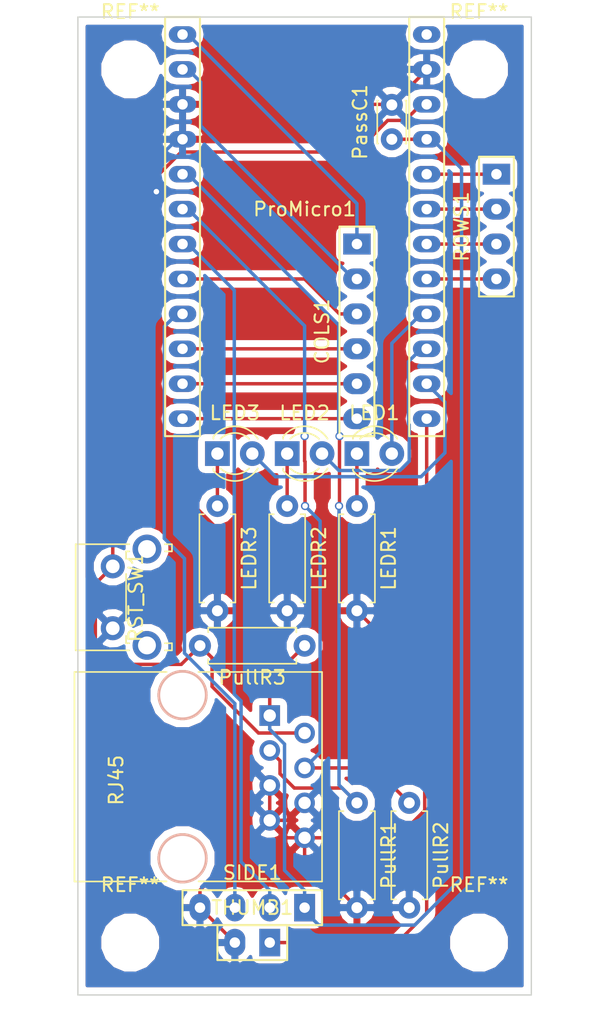
<source format=kicad_pcb>
(kicad_pcb (version 4) (host pcbnew 4.0.7)

  (general
    (links 45)
    (no_connects 0)
    (area -3.860001 -3.860001 29.260001 67.360001)
    (thickness 1.6)
    (drawings 4)
    (tracks 155)
    (zones 0)
    (modules 21)
    (nets 26)
  )

  (page A4)
  (layers
    (0 F.Cu signal)
    (31 B.Cu signal)
    (32 B.Adhes user)
    (33 F.Adhes user)
    (34 B.Paste user)
    (35 F.Paste user)
    (36 B.SilkS user)
    (37 F.SilkS user)
    (38 B.Mask user)
    (39 F.Mask user)
    (40 Dwgs.User user)
    (41 Cmts.User user)
    (42 Eco1.User user)
    (43 Eco2.User user)
    (44 Edge.Cuts user)
    (45 Margin user)
    (46 B.CrtYd user)
    (47 F.CrtYd user)
    (48 B.Fab user)
    (49 F.Fab user)
  )

  (setup
    (last_trace_width 0.25)
    (trace_clearance 0.203)
    (zone_clearance 0.508)
    (zone_45_only no)
    (trace_min 0.203)
    (segment_width 0.2)
    (edge_width 0.1)
    (via_size 0.6)
    (via_drill 0.4)
    (via_min_size 0.4)
    (via_min_drill 0.3)
    (uvia_size 0.3)
    (uvia_drill 0.1)
    (uvias_allowed no)
    (uvia_min_size 0.2)
    (uvia_min_drill 0.1)
    (pcb_text_width 0.3)
    (pcb_text_size 1.5 1.5)
    (mod_edge_width 0.15)
    (mod_text_size 1 1)
    (mod_text_width 0.15)
    (pad_size 3.2 3.2)
    (pad_drill 3.2)
    (pad_to_mask_clearance 0)
    (aux_axis_origin 0 0)
    (visible_elements 7FFFFFFF)
    (pcbplotparams
      (layerselection 0x00030_80000001)
      (usegerberextensions false)
      (excludeedgelayer true)
      (linewidth 0.100000)
      (plotframeref false)
      (viasonmask false)
      (mode 1)
      (useauxorigin false)
      (hpglpennumber 1)
      (hpglpenspeed 20)
      (hpglpendiameter 15)
      (hpglpenoverlay 2)
      (psnegative false)
      (psa4output false)
      (plotreference true)
      (plotvalue true)
      (plotinvisibletext false)
      (padsonsilk false)
      (subtractmaskfromsilk false)
      (outputformat 1)
      (mirror false)
      (drillshape 1)
      (scaleselection 1)
      (outputdirectory ""))
  )

  (net 0 "")
  (net 1 /COL0)
  (net 2 /COL1)
  (net 3 /COL2)
  (net 4 /COL3)
  (net 5 /COL4)
  (net 6 /COL5)
  (net 7 "Net-(LED1-Pad1)")
  (net 8 /LED1)
  (net 9 "Net-(LED2-Pad1)")
  (net 10 /LED2)
  (net 11 "Net-(LED3-Pad1)")
  (net 12 /LED3)
  (net 13 GND)
  (net 14 +5V)
  (net 15 /SDA)
  (net 16 /SCL)
  (net 17 /X)
  (net 18 /Y)
  (net 19 /Thumb_key)
  (net 20 /ROW3)
  (net 21 /ROW2)
  (net 22 /ROW1)
  (net 23 /ROW0)
  (net 24 /RST)
  (net 25 "Net-(ProMicro1-Pad24)")

  (net_class Default "This is the default net class."
    (clearance 0.203)
    (trace_width 0.25)
    (via_dia 0.6)
    (via_drill 0.4)
    (uvia_dia 0.3)
    (uvia_drill 0.1)
    (add_net +5V)
    (add_net /COL0)
    (add_net /COL1)
    (add_net /COL2)
    (add_net /COL3)
    (add_net /COL4)
    (add_net /COL5)
    (add_net /LED1)
    (add_net /LED2)
    (add_net /LED3)
    (add_net /ROW0)
    (add_net /ROW1)
    (add_net /ROW2)
    (add_net /ROW3)
    (add_net /RST)
    (add_net /SCL)
    (add_net /SDA)
    (add_net /Thumb_key)
    (add_net /X)
    (add_net /Y)
    (add_net GND)
    (add_net "Net-(LED1-Pad1)")
    (add_net "Net-(LED2-Pad1)")
    (add_net "Net-(LED3-Pad1)")
    (add_net "Net-(ProMicro1-Pad24)")
  )

  (module 4x6t2:Wirepad_01x06 (layer F.Cu) (tedit 5A8FD73B) (tstamp 5A8FD96D)
    (at 16.51 19.05)
    (path /5A8FDD86)
    (fp_text reference COLS1 (at -2.54 0 90) (layer F.SilkS)
      (effects (font (size 1 1) (thickness 0.15)))
    )
    (fp_text value Conn_01x06 (at 0 8.89) (layer F.Fab)
      (effects (font (size 1 1) (thickness 0.15)))
    )
    (fp_line (start -1.27 7.62) (end -1.27 -7.62) (layer F.SilkS) (width 0.15))
    (fp_line (start 1.27 7.62) (end -1.27 7.62) (layer F.SilkS) (width 0.15))
    (fp_line (start 1.27 -7.62) (end 1.27 7.62) (layer F.SilkS) (width 0.15))
    (fp_line (start -1.27 -7.62) (end 1.27 -7.62) (layer F.SilkS) (width 0.15))
    (pad 1 thru_hole rect (at 0 -6.35) (size 2 1.524) (drill 0.762) (layers *.Cu *.Mask)
      (net 1 /COL0))
    (pad 2 thru_hole oval (at 0 -3.81) (size 2 1.524) (drill 0.762) (layers *.Cu *.Mask)
      (net 2 /COL1))
    (pad 3 thru_hole oval (at 0 -1.27) (size 2 1.524) (drill 0.762) (layers *.Cu *.Mask)
      (net 3 /COL2))
    (pad 4 thru_hole oval (at 0 1.27) (size 2 1.524) (drill 0.762) (layers *.Cu *.Mask)
      (net 4 /COL3))
    (pad 5 thru_hole oval (at 0 3.81) (size 2 1.524) (drill 0.762) (layers *.Cu *.Mask)
      (net 5 /COL4))
    (pad 6 thru_hole oval (at 0 6.35) (size 2 1.524) (drill 0.762) (layers *.Cu *.Mask)
      (net 6 /COL5))
  )

  (module LEDs:LED_D3.0mm (layer F.Cu) (tedit 587A3A7B) (tstamp 5A8FD980)
    (at 16.51 27.94)
    (descr "LED, diameter 3.0mm, 2 pins")
    (tags "LED diameter 3.0mm 2 pins")
    (path /5A8D70C8)
    (fp_text reference LED1 (at 1.27 -2.96) (layer F.SilkS)
      (effects (font (size 1 1) (thickness 0.15)))
    )
    (fp_text value LED1 (at 1.27 2.96) (layer F.Fab)
      (effects (font (size 1 1) (thickness 0.15)))
    )
    (fp_arc (start 1.27 0) (end -0.23 -1.16619) (angle 284.3) (layer F.Fab) (width 0.1))
    (fp_arc (start 1.27 0) (end -0.29 -1.235516) (angle 108.8) (layer F.SilkS) (width 0.12))
    (fp_arc (start 1.27 0) (end -0.29 1.235516) (angle -108.8) (layer F.SilkS) (width 0.12))
    (fp_arc (start 1.27 0) (end 0.229039 -1.08) (angle 87.9) (layer F.SilkS) (width 0.12))
    (fp_arc (start 1.27 0) (end 0.229039 1.08) (angle -87.9) (layer F.SilkS) (width 0.12))
    (fp_circle (center 1.27 0) (end 2.77 0) (layer F.Fab) (width 0.1))
    (fp_line (start -0.23 -1.16619) (end -0.23 1.16619) (layer F.Fab) (width 0.1))
    (fp_line (start -0.29 -1.236) (end -0.29 -1.08) (layer F.SilkS) (width 0.12))
    (fp_line (start -0.29 1.08) (end -0.29 1.236) (layer F.SilkS) (width 0.12))
    (fp_line (start -1.15 -2.25) (end -1.15 2.25) (layer F.CrtYd) (width 0.05))
    (fp_line (start -1.15 2.25) (end 3.7 2.25) (layer F.CrtYd) (width 0.05))
    (fp_line (start 3.7 2.25) (end 3.7 -2.25) (layer F.CrtYd) (width 0.05))
    (fp_line (start 3.7 -2.25) (end -1.15 -2.25) (layer F.CrtYd) (width 0.05))
    (pad 1 thru_hole rect (at 0 0) (size 1.8 1.8) (drill 0.9) (layers *.Cu *.Mask)
      (net 7 "Net-(LED1-Pad1)"))
    (pad 2 thru_hole circle (at 2.54 0) (size 1.8 1.8) (drill 0.9) (layers *.Cu *.Mask)
      (net 8 /LED1))
    (model ${KISYS3DMOD}/LEDs.3dshapes/LED_D3.0mm.wrl
      (at (xyz 0 0 0))
      (scale (xyz 0.393701 0.393701 0.393701))
      (rotate (xyz 0 0 0))
    )
  )

  (module LEDs:LED_D3.0mm (layer F.Cu) (tedit 587A3A7B) (tstamp 5A8FD993)
    (at 11.43 27.94)
    (descr "LED, diameter 3.0mm, 2 pins")
    (tags "LED diameter 3.0mm 2 pins")
    (path /5A8D723F)
    (fp_text reference LED2 (at 1.27 -2.96) (layer F.SilkS)
      (effects (font (size 1 1) (thickness 0.15)))
    )
    (fp_text value LED2 (at 1.27 2.96) (layer F.Fab)
      (effects (font (size 1 1) (thickness 0.15)))
    )
    (fp_arc (start 1.27 0) (end -0.23 -1.16619) (angle 284.3) (layer F.Fab) (width 0.1))
    (fp_arc (start 1.27 0) (end -0.29 -1.235516) (angle 108.8) (layer F.SilkS) (width 0.12))
    (fp_arc (start 1.27 0) (end -0.29 1.235516) (angle -108.8) (layer F.SilkS) (width 0.12))
    (fp_arc (start 1.27 0) (end 0.229039 -1.08) (angle 87.9) (layer F.SilkS) (width 0.12))
    (fp_arc (start 1.27 0) (end 0.229039 1.08) (angle -87.9) (layer F.SilkS) (width 0.12))
    (fp_circle (center 1.27 0) (end 2.77 0) (layer F.Fab) (width 0.1))
    (fp_line (start -0.23 -1.16619) (end -0.23 1.16619) (layer F.Fab) (width 0.1))
    (fp_line (start -0.29 -1.236) (end -0.29 -1.08) (layer F.SilkS) (width 0.12))
    (fp_line (start -0.29 1.08) (end -0.29 1.236) (layer F.SilkS) (width 0.12))
    (fp_line (start -1.15 -2.25) (end -1.15 2.25) (layer F.CrtYd) (width 0.05))
    (fp_line (start -1.15 2.25) (end 3.7 2.25) (layer F.CrtYd) (width 0.05))
    (fp_line (start 3.7 2.25) (end 3.7 -2.25) (layer F.CrtYd) (width 0.05))
    (fp_line (start 3.7 -2.25) (end -1.15 -2.25) (layer F.CrtYd) (width 0.05))
    (pad 1 thru_hole rect (at 0 0) (size 1.8 1.8) (drill 0.9) (layers *.Cu *.Mask)
      (net 9 "Net-(LED2-Pad1)"))
    (pad 2 thru_hole circle (at 2.54 0) (size 1.8 1.8) (drill 0.9) (layers *.Cu *.Mask)
      (net 10 /LED2))
    (model ${KISYS3DMOD}/LEDs.3dshapes/LED_D3.0mm.wrl
      (at (xyz 0 0 0))
      (scale (xyz 0.393701 0.393701 0.393701))
      (rotate (xyz 0 0 0))
    )
  )

  (module LEDs:LED_D3.0mm (layer F.Cu) (tedit 587A3A7B) (tstamp 5A8FD9A6)
    (at 6.35 27.94)
    (descr "LED, diameter 3.0mm, 2 pins")
    (tags "LED diameter 3.0mm 2 pins")
    (path /5A8BD278)
    (fp_text reference LED3 (at 1.27 -2.96) (layer F.SilkS)
      (effects (font (size 1 1) (thickness 0.15)))
    )
    (fp_text value LED3 (at 1.27 2.96) (layer F.Fab)
      (effects (font (size 1 1) (thickness 0.15)))
    )
    (fp_arc (start 1.27 0) (end -0.23 -1.16619) (angle 284.3) (layer F.Fab) (width 0.1))
    (fp_arc (start 1.27 0) (end -0.29 -1.235516) (angle 108.8) (layer F.SilkS) (width 0.12))
    (fp_arc (start 1.27 0) (end -0.29 1.235516) (angle -108.8) (layer F.SilkS) (width 0.12))
    (fp_arc (start 1.27 0) (end 0.229039 -1.08) (angle 87.9) (layer F.SilkS) (width 0.12))
    (fp_arc (start 1.27 0) (end 0.229039 1.08) (angle -87.9) (layer F.SilkS) (width 0.12))
    (fp_circle (center 1.27 0) (end 2.77 0) (layer F.Fab) (width 0.1))
    (fp_line (start -0.23 -1.16619) (end -0.23 1.16619) (layer F.Fab) (width 0.1))
    (fp_line (start -0.29 -1.236) (end -0.29 -1.08) (layer F.SilkS) (width 0.12))
    (fp_line (start -0.29 1.08) (end -0.29 1.236) (layer F.SilkS) (width 0.12))
    (fp_line (start -1.15 -2.25) (end -1.15 2.25) (layer F.CrtYd) (width 0.05))
    (fp_line (start -1.15 2.25) (end 3.7 2.25) (layer F.CrtYd) (width 0.05))
    (fp_line (start 3.7 2.25) (end 3.7 -2.25) (layer F.CrtYd) (width 0.05))
    (fp_line (start 3.7 -2.25) (end -1.15 -2.25) (layer F.CrtYd) (width 0.05))
    (pad 1 thru_hole rect (at 0 0) (size 1.8 1.8) (drill 0.9) (layers *.Cu *.Mask)
      (net 11 "Net-(LED3-Pad1)"))
    (pad 2 thru_hole circle (at 2.54 0) (size 1.8 1.8) (drill 0.9) (layers *.Cu *.Mask)
      (net 12 /LED3))
    (model ${KISYS3DMOD}/LEDs.3dshapes/LED_D3.0mm.wrl
      (at (xyz 0 0 0))
      (scale (xyz 0.393701 0.393701 0.393701))
      (rotate (xyz 0 0 0))
    )
  )

  (module Resistors_THT:R_Axial_DIN0207_L6.3mm_D2.5mm_P7.62mm_Horizontal (layer F.Cu) (tedit 5874F706) (tstamp 5A8FD9BC)
    (at 16.51 31.75 270)
    (descr "Resistor, Axial_DIN0207 series, Axial, Horizontal, pin pitch=7.62mm, 0.25W = 1/4W, length*diameter=6.3*2.5mm^2, http://cdn-reichelt.de/documents/datenblatt/B400/1_4W%23YAG.pdf")
    (tags "Resistor Axial_DIN0207 series Axial Horizontal pin pitch 7.62mm 0.25W = 1/4W length 6.3mm diameter 2.5mm")
    (path /5A8D7D67)
    (fp_text reference LEDR1 (at 3.81 -2.31 270) (layer F.SilkS)
      (effects (font (size 1 1) (thickness 0.15)))
    )
    (fp_text value LED1_R (at 3.81 2.31 270) (layer F.Fab)
      (effects (font (size 1 1) (thickness 0.15)))
    )
    (fp_line (start 0.66 -1.25) (end 0.66 1.25) (layer F.Fab) (width 0.1))
    (fp_line (start 0.66 1.25) (end 6.96 1.25) (layer F.Fab) (width 0.1))
    (fp_line (start 6.96 1.25) (end 6.96 -1.25) (layer F.Fab) (width 0.1))
    (fp_line (start 6.96 -1.25) (end 0.66 -1.25) (layer F.Fab) (width 0.1))
    (fp_line (start 0 0) (end 0.66 0) (layer F.Fab) (width 0.1))
    (fp_line (start 7.62 0) (end 6.96 0) (layer F.Fab) (width 0.1))
    (fp_line (start 0.6 -0.98) (end 0.6 -1.31) (layer F.SilkS) (width 0.12))
    (fp_line (start 0.6 -1.31) (end 7.02 -1.31) (layer F.SilkS) (width 0.12))
    (fp_line (start 7.02 -1.31) (end 7.02 -0.98) (layer F.SilkS) (width 0.12))
    (fp_line (start 0.6 0.98) (end 0.6 1.31) (layer F.SilkS) (width 0.12))
    (fp_line (start 0.6 1.31) (end 7.02 1.31) (layer F.SilkS) (width 0.12))
    (fp_line (start 7.02 1.31) (end 7.02 0.98) (layer F.SilkS) (width 0.12))
    (fp_line (start -1.05 -1.6) (end -1.05 1.6) (layer F.CrtYd) (width 0.05))
    (fp_line (start -1.05 1.6) (end 8.7 1.6) (layer F.CrtYd) (width 0.05))
    (fp_line (start 8.7 1.6) (end 8.7 -1.6) (layer F.CrtYd) (width 0.05))
    (fp_line (start 8.7 -1.6) (end -1.05 -1.6) (layer F.CrtYd) (width 0.05))
    (pad 1 thru_hole circle (at 0 0 270) (size 1.6 1.6) (drill 0.8) (layers *.Cu *.Mask)
      (net 7 "Net-(LED1-Pad1)"))
    (pad 2 thru_hole oval (at 7.62 0 270) (size 1.6 1.6) (drill 0.8) (layers *.Cu *.Mask)
      (net 13 GND))
    (model ${KISYS3DMOD}/Resistors_THT.3dshapes/R_Axial_DIN0207_L6.3mm_D2.5mm_P7.62mm_Horizontal.wrl
      (at (xyz 0 0 0))
      (scale (xyz 0.393701 0.393701 0.393701))
      (rotate (xyz 0 0 0))
    )
  )

  (module Resistors_THT:R_Axial_DIN0207_L6.3mm_D2.5mm_P7.62mm_Horizontal (layer F.Cu) (tedit 5874F706) (tstamp 5A8FD9D2)
    (at 11.43 31.75 270)
    (descr "Resistor, Axial_DIN0207 series, Axial, Horizontal, pin pitch=7.62mm, 0.25W = 1/4W, length*diameter=6.3*2.5mm^2, http://cdn-reichelt.de/documents/datenblatt/B400/1_4W%23YAG.pdf")
    (tags "Resistor Axial_DIN0207 series Axial Horizontal pin pitch 7.62mm 0.25W = 1/4W length 6.3mm diameter 2.5mm")
    (path /5A8D7E5C)
    (fp_text reference LEDR2 (at 3.81 -2.31 270) (layer F.SilkS)
      (effects (font (size 1 1) (thickness 0.15)))
    )
    (fp_text value LED2_R (at 3.81 2.31 270) (layer F.Fab)
      (effects (font (size 1 1) (thickness 0.15)))
    )
    (fp_line (start 0.66 -1.25) (end 0.66 1.25) (layer F.Fab) (width 0.1))
    (fp_line (start 0.66 1.25) (end 6.96 1.25) (layer F.Fab) (width 0.1))
    (fp_line (start 6.96 1.25) (end 6.96 -1.25) (layer F.Fab) (width 0.1))
    (fp_line (start 6.96 -1.25) (end 0.66 -1.25) (layer F.Fab) (width 0.1))
    (fp_line (start 0 0) (end 0.66 0) (layer F.Fab) (width 0.1))
    (fp_line (start 7.62 0) (end 6.96 0) (layer F.Fab) (width 0.1))
    (fp_line (start 0.6 -0.98) (end 0.6 -1.31) (layer F.SilkS) (width 0.12))
    (fp_line (start 0.6 -1.31) (end 7.02 -1.31) (layer F.SilkS) (width 0.12))
    (fp_line (start 7.02 -1.31) (end 7.02 -0.98) (layer F.SilkS) (width 0.12))
    (fp_line (start 0.6 0.98) (end 0.6 1.31) (layer F.SilkS) (width 0.12))
    (fp_line (start 0.6 1.31) (end 7.02 1.31) (layer F.SilkS) (width 0.12))
    (fp_line (start 7.02 1.31) (end 7.02 0.98) (layer F.SilkS) (width 0.12))
    (fp_line (start -1.05 -1.6) (end -1.05 1.6) (layer F.CrtYd) (width 0.05))
    (fp_line (start -1.05 1.6) (end 8.7 1.6) (layer F.CrtYd) (width 0.05))
    (fp_line (start 8.7 1.6) (end 8.7 -1.6) (layer F.CrtYd) (width 0.05))
    (fp_line (start 8.7 -1.6) (end -1.05 -1.6) (layer F.CrtYd) (width 0.05))
    (pad 1 thru_hole circle (at 0 0 270) (size 1.6 1.6) (drill 0.8) (layers *.Cu *.Mask)
      (net 9 "Net-(LED2-Pad1)"))
    (pad 2 thru_hole oval (at 7.62 0 270) (size 1.6 1.6) (drill 0.8) (layers *.Cu *.Mask)
      (net 13 GND))
    (model ${KISYS3DMOD}/Resistors_THT.3dshapes/R_Axial_DIN0207_L6.3mm_D2.5mm_P7.62mm_Horizontal.wrl
      (at (xyz 0 0 0))
      (scale (xyz 0.393701 0.393701 0.393701))
      (rotate (xyz 0 0 0))
    )
  )

  (module Resistors_THT:R_Axial_DIN0207_L6.3mm_D2.5mm_P7.62mm_Horizontal (layer F.Cu) (tedit 5874F706) (tstamp 5A8FD9E8)
    (at 6.35 31.75 270)
    (descr "Resistor, Axial_DIN0207 series, Axial, Horizontal, pin pitch=7.62mm, 0.25W = 1/4W, length*diameter=6.3*2.5mm^2, http://cdn-reichelt.de/documents/datenblatt/B400/1_4W%23YAG.pdf")
    (tags "Resistor Axial_DIN0207 series Axial Horizontal pin pitch 7.62mm 0.25W = 1/4W length 6.3mm diameter 2.5mm")
    (path /5A8BD284)
    (fp_text reference LEDR3 (at 3.81 -2.31 270) (layer F.SilkS)
      (effects (font (size 1 1) (thickness 0.15)))
    )
    (fp_text value LED3_R (at 3.81 2.31 270) (layer F.Fab)
      (effects (font (size 1 1) (thickness 0.15)))
    )
    (fp_line (start 0.66 -1.25) (end 0.66 1.25) (layer F.Fab) (width 0.1))
    (fp_line (start 0.66 1.25) (end 6.96 1.25) (layer F.Fab) (width 0.1))
    (fp_line (start 6.96 1.25) (end 6.96 -1.25) (layer F.Fab) (width 0.1))
    (fp_line (start 6.96 -1.25) (end 0.66 -1.25) (layer F.Fab) (width 0.1))
    (fp_line (start 0 0) (end 0.66 0) (layer F.Fab) (width 0.1))
    (fp_line (start 7.62 0) (end 6.96 0) (layer F.Fab) (width 0.1))
    (fp_line (start 0.6 -0.98) (end 0.6 -1.31) (layer F.SilkS) (width 0.12))
    (fp_line (start 0.6 -1.31) (end 7.02 -1.31) (layer F.SilkS) (width 0.12))
    (fp_line (start 7.02 -1.31) (end 7.02 -0.98) (layer F.SilkS) (width 0.12))
    (fp_line (start 0.6 0.98) (end 0.6 1.31) (layer F.SilkS) (width 0.12))
    (fp_line (start 0.6 1.31) (end 7.02 1.31) (layer F.SilkS) (width 0.12))
    (fp_line (start 7.02 1.31) (end 7.02 0.98) (layer F.SilkS) (width 0.12))
    (fp_line (start -1.05 -1.6) (end -1.05 1.6) (layer F.CrtYd) (width 0.05))
    (fp_line (start -1.05 1.6) (end 8.7 1.6) (layer F.CrtYd) (width 0.05))
    (fp_line (start 8.7 1.6) (end 8.7 -1.6) (layer F.CrtYd) (width 0.05))
    (fp_line (start 8.7 -1.6) (end -1.05 -1.6) (layer F.CrtYd) (width 0.05))
    (pad 1 thru_hole circle (at 0 0 270) (size 1.6 1.6) (drill 0.8) (layers *.Cu *.Mask)
      (net 11 "Net-(LED3-Pad1)"))
    (pad 2 thru_hole oval (at 7.62 0 270) (size 1.6 1.6) (drill 0.8) (layers *.Cu *.Mask)
      (net 13 GND))
    (model ${KISYS3DMOD}/Resistors_THT.3dshapes/R_Axial_DIN0207_L6.3mm_D2.5mm_P7.62mm_Horizontal.wrl
      (at (xyz 0 0 0))
      (scale (xyz 0.393701 0.393701 0.393701))
      (rotate (xyz 0 0 0))
    )
  )

  (module Capacitors_THT:C_Disc_D3.0mm_W2.0mm_P2.50mm (layer F.Cu) (tedit 597BC7C2) (tstamp 5A8FD9FD)
    (at 19.05 5.08 90)
    (descr "C, Disc series, Radial, pin pitch=2.50mm, , diameter*width=3*2mm^2, Capacitor")
    (tags "C Disc series Radial pin pitch 2.50mm  diameter 3mm width 2mm Capacitor")
    (path /5A8C6A52)
    (fp_text reference PassC1 (at 1.25 -2.31 90) (layer F.SilkS)
      (effects (font (size 1 1) (thickness 0.15)))
    )
    (fp_text value PassC (at 1.25 2.31 90) (layer F.Fab)
      (effects (font (size 1 1) (thickness 0.15)))
    )
    (fp_line (start -0.25 -1) (end -0.25 1) (layer F.Fab) (width 0.1))
    (fp_line (start -0.25 1) (end 2.75 1) (layer F.Fab) (width 0.1))
    (fp_line (start 2.75 1) (end 2.75 -1) (layer F.Fab) (width 0.1))
    (fp_line (start 2.75 -1) (end -0.25 -1) (layer F.Fab) (width 0.1))
    (fp_line (start -0.31 -1.06) (end 2.81 -1.06) (layer F.SilkS) (width 0.12))
    (fp_line (start -0.31 1.06) (end 2.81 1.06) (layer F.SilkS) (width 0.12))
    (fp_line (start -0.31 -1.06) (end -0.31 -0.996) (layer F.SilkS) (width 0.12))
    (fp_line (start -0.31 0.996) (end -0.31 1.06) (layer F.SilkS) (width 0.12))
    (fp_line (start 2.81 -1.06) (end 2.81 -0.996) (layer F.SilkS) (width 0.12))
    (fp_line (start 2.81 0.996) (end 2.81 1.06) (layer F.SilkS) (width 0.12))
    (fp_line (start -1.05 -1.35) (end -1.05 1.35) (layer F.CrtYd) (width 0.05))
    (fp_line (start -1.05 1.35) (end 3.55 1.35) (layer F.CrtYd) (width 0.05))
    (fp_line (start 3.55 1.35) (end 3.55 -1.35) (layer F.CrtYd) (width 0.05))
    (fp_line (start 3.55 -1.35) (end -1.05 -1.35) (layer F.CrtYd) (width 0.05))
    (fp_text user %R (at 1.25 0 90) (layer F.Fab)
      (effects (font (size 1 1) (thickness 0.15)))
    )
    (pad 1 thru_hole circle (at 0 0 90) (size 1.6 1.6) (drill 0.8) (layers *.Cu *.Mask)
      (net 14 +5V))
    (pad 2 thru_hole circle (at 2.5 0 90) (size 1.6 1.6) (drill 0.8) (layers *.Cu *.Mask)
      (net 13 GND))
    (model ${KISYS3DMOD}/Capacitors_THT.3dshapes/C_Disc_D3.0mm_W2.0mm_P2.50mm.wrl
      (at (xyz 0 0 0))
      (scale (xyz 1 1 1))
      (rotate (xyz 0 0 0))
    )
  )

  (module 4x6t2:Arduino_Pro_Micro (layer F.Cu) (tedit 5A8C0E67) (tstamp 5A8FDA21)
    (at 12.7 11.43)
    (path /5A8B81B4)
    (fp_text reference ProMicro1 (at 0 -1.27) (layer F.SilkS)
      (effects (font (size 1 1) (thickness 0.15)))
    )
    (fp_text value Arduino_Pro_Micro (at 0 1.27) (layer F.Fab)
      (effects (font (size 1 1) (thickness 0.15)))
    )
    (fp_line (start 7.62 -15.24) (end 7.62 15.24) (layer F.SilkS) (width 0.15))
    (fp_line (start 10.16 -15.24) (end 7.62 -15.24) (layer F.SilkS) (width 0.15))
    (fp_line (start 10.16 15.24) (end 10.16 -15.24) (layer F.SilkS) (width 0.15))
    (fp_line (start 7.62 15.24) (end 10.16 15.24) (layer F.SilkS) (width 0.15))
    (fp_line (start -10.16 -15.24) (end -10.16 15.24) (layer F.SilkS) (width 0.15))
    (fp_line (start -7.62 -15.24) (end -10.16 -15.24) (layer F.SilkS) (width 0.15))
    (fp_line (start -7.62 15.24) (end -7.62 -15.24) (layer F.SilkS) (width 0.15))
    (fp_line (start -10.16 15.24) (end -7.62 15.24) (layer F.SilkS) (width 0.15))
    (pad 1 thru_hole oval (at -8.89 -13.97) (size 2 1.2) (drill 0.762) (layers *.Cu *.Mask)
      (net 1 /COL0))
    (pad 2 thru_hole oval (at -8.89 -11.43) (size 2 1.2) (drill 0.762) (layers *.Cu *.Mask)
      (net 2 /COL1))
    (pad 3 thru_hole oval (at -8.89 -8.89) (size 2 1.2) (drill 0.762) (layers *.Cu *.Mask)
      (net 13 GND))
    (pad 4 thru_hole oval (at -8.89 -6.35) (size 2 1.2) (drill 0.762) (layers *.Cu *.Mask)
      (net 13 GND))
    (pad 5 thru_hole oval (at -8.89 -3.81) (size 2 1.2) (drill 0.762) (layers *.Cu *.Mask)
      (net 15 /SDA))
    (pad 6 thru_hole oval (at -8.89 -1.27) (size 2 1.2) (drill 0.762) (layers *.Cu *.Mask)
      (net 16 /SCL))
    (pad 7 thru_hole oval (at -8.89 1.27) (size 2 1.2) (drill 0.762) (layers *.Cu *.Mask)
      (net 17 /X))
    (pad 8 thru_hole oval (at -8.89 3.81) (size 2 1.2) (drill 0.762) (layers *.Cu *.Mask)
      (net 3 /COL2))
    (pad 9 thru_hole oval (at -8.89 6.35) (size 2 1.2) (drill 0.762) (layers *.Cu *.Mask)
      (net 18 /Y))
    (pad 10 thru_hole oval (at -8.89 8.89) (size 2 1.2) (drill 0.762) (layers *.Cu *.Mask)
      (net 4 /COL3))
    (pad 11 thru_hole oval (at -8.89 11.43) (size 2 1.2) (drill 0.762) (layers *.Cu *.Mask)
      (net 5 /COL4))
    (pad 12 thru_hole oval (at -8.89 13.97) (size 2 1.2) (drill 0.762) (layers *.Cu *.Mask)
      (net 6 /COL5))
    (pad 13 thru_hole oval (at 8.89 13.97) (size 2 1.2) (drill 0.762) (layers *.Cu *.Mask)
      (net 19 /Thumb_key))
    (pad 14 thru_hole oval (at 8.89 11.43) (size 2 1.2) (drill 0.762) (layers *.Cu *.Mask)
      (net 12 /LED3))
    (pad 15 thru_hole oval (at 8.89 8.89) (size 2 1.2) (drill 0.762) (layers *.Cu *.Mask)
      (net 10 /LED2))
    (pad 16 thru_hole oval (at 8.89 6.35) (size 2 1.2) (drill 0.762) (layers *.Cu *.Mask)
      (net 8 /LED1))
    (pad 17 thru_hole oval (at 8.89 3.81) (size 2 1.2) (drill 0.762) (layers *.Cu *.Mask)
      (net 20 /ROW3))
    (pad 18 thru_hole oval (at 8.89 1.27) (size 2 1.2) (drill 0.762) (layers *.Cu *.Mask)
      (net 21 /ROW2))
    (pad 19 thru_hole oval (at 8.89 -1.27) (size 2 1.2) (drill 0.762) (layers *.Cu *.Mask)
      (net 22 /ROW1))
    (pad 20 thru_hole oval (at 8.89 -3.81) (size 2 1.2) (drill 0.762) (layers *.Cu *.Mask)
      (net 23 /ROW0))
    (pad 21 thru_hole oval (at 8.89 -6.35) (size 2 1.2) (drill 0.762) (layers *.Cu *.Mask)
      (net 14 +5V))
    (pad 22 thru_hole oval (at 8.89 -8.89) (size 2 1.2) (drill 0.762) (layers *.Cu *.Mask)
      (net 24 /RST))
    (pad 23 thru_hole oval (at 8.89 -11.43) (size 2 1.2) (drill 0.762) (layers *.Cu *.Mask)
      (net 13 GND))
    (pad 24 thru_hole oval (at 8.89 -13.97) (size 2 1.2) (drill 0.762) (layers *.Cu *.Mask)
      (net 25 "Net-(ProMicro1-Pad24)"))
  )

  (module Resistors_THT:R_Axial_DIN0207_L6.3mm_D2.5mm_P7.62mm_Horizontal (layer F.Cu) (tedit 5874F706) (tstamp 5A8FDA37)
    (at 16.51 53.34 270)
    (descr "Resistor, Axial_DIN0207 series, Axial, Horizontal, pin pitch=7.62mm, 0.25W = 1/4W, length*diameter=6.3*2.5mm^2, http://cdn-reichelt.de/documents/datenblatt/B400/1_4W%23YAG.pdf")
    (tags "Resistor Axial_DIN0207 series Axial Horizontal pin pitch 7.62mm 0.25W = 1/4W length 6.3mm diameter 2.5mm")
    (path /5A8EDD05)
    (fp_text reference PullR1 (at 3.81 -2.31 270) (layer F.SilkS)
      (effects (font (size 1 1) (thickness 0.15)))
    )
    (fp_text value I2C_PR (at 3.81 2.31 270) (layer F.Fab)
      (effects (font (size 1 1) (thickness 0.15)))
    )
    (fp_line (start 0.66 -1.25) (end 0.66 1.25) (layer F.Fab) (width 0.1))
    (fp_line (start 0.66 1.25) (end 6.96 1.25) (layer F.Fab) (width 0.1))
    (fp_line (start 6.96 1.25) (end 6.96 -1.25) (layer F.Fab) (width 0.1))
    (fp_line (start 6.96 -1.25) (end 0.66 -1.25) (layer F.Fab) (width 0.1))
    (fp_line (start 0 0) (end 0.66 0) (layer F.Fab) (width 0.1))
    (fp_line (start 7.62 0) (end 6.96 0) (layer F.Fab) (width 0.1))
    (fp_line (start 0.6 -0.98) (end 0.6 -1.31) (layer F.SilkS) (width 0.12))
    (fp_line (start 0.6 -1.31) (end 7.02 -1.31) (layer F.SilkS) (width 0.12))
    (fp_line (start 7.02 -1.31) (end 7.02 -0.98) (layer F.SilkS) (width 0.12))
    (fp_line (start 0.6 0.98) (end 0.6 1.31) (layer F.SilkS) (width 0.12))
    (fp_line (start 0.6 1.31) (end 7.02 1.31) (layer F.SilkS) (width 0.12))
    (fp_line (start 7.02 1.31) (end 7.02 0.98) (layer F.SilkS) (width 0.12))
    (fp_line (start -1.05 -1.6) (end -1.05 1.6) (layer F.CrtYd) (width 0.05))
    (fp_line (start -1.05 1.6) (end 8.7 1.6) (layer F.CrtYd) (width 0.05))
    (fp_line (start 8.7 1.6) (end 8.7 -1.6) (layer F.CrtYd) (width 0.05))
    (fp_line (start 8.7 -1.6) (end -1.05 -1.6) (layer F.CrtYd) (width 0.05))
    (pad 1 thru_hole circle (at 0 0 270) (size 1.6 1.6) (drill 0.8) (layers *.Cu *.Mask)
      (net 15 /SDA))
    (pad 2 thru_hole oval (at 7.62 0 270) (size 1.6 1.6) (drill 0.8) (layers *.Cu *.Mask)
      (net 13 GND))
    (model ${KISYS3DMOD}/Resistors_THT.3dshapes/R_Axial_DIN0207_L6.3mm_D2.5mm_P7.62mm_Horizontal.wrl
      (at (xyz 0 0 0))
      (scale (xyz 0.393701 0.393701 0.393701))
      (rotate (xyz 0 0 0))
    )
  )

  (module Resistors_THT:R_Axial_DIN0207_L6.3mm_D2.5mm_P7.62mm_Horizontal (layer F.Cu) (tedit 5874F706) (tstamp 5A8FDA4D)
    (at 20.32 53.34 270)
    (descr "Resistor, Axial_DIN0207 series, Axial, Horizontal, pin pitch=7.62mm, 0.25W = 1/4W, length*diameter=6.3*2.5mm^2, http://cdn-reichelt.de/documents/datenblatt/B400/1_4W%23YAG.pdf")
    (tags "Resistor Axial_DIN0207 series Axial Horizontal pin pitch 7.62mm 0.25W = 1/4W length 6.3mm diameter 2.5mm")
    (path /5A8EDDA2)
    (fp_text reference PullR2 (at 3.81 -2.31 270) (layer F.SilkS)
      (effects (font (size 1 1) (thickness 0.15)))
    )
    (fp_text value I2C_PR (at 3.81 2.31 270) (layer F.Fab)
      (effects (font (size 1 1) (thickness 0.15)))
    )
    (fp_line (start 0.66 -1.25) (end 0.66 1.25) (layer F.Fab) (width 0.1))
    (fp_line (start 0.66 1.25) (end 6.96 1.25) (layer F.Fab) (width 0.1))
    (fp_line (start 6.96 1.25) (end 6.96 -1.25) (layer F.Fab) (width 0.1))
    (fp_line (start 6.96 -1.25) (end 0.66 -1.25) (layer F.Fab) (width 0.1))
    (fp_line (start 0 0) (end 0.66 0) (layer F.Fab) (width 0.1))
    (fp_line (start 7.62 0) (end 6.96 0) (layer F.Fab) (width 0.1))
    (fp_line (start 0.6 -0.98) (end 0.6 -1.31) (layer F.SilkS) (width 0.12))
    (fp_line (start 0.6 -1.31) (end 7.02 -1.31) (layer F.SilkS) (width 0.12))
    (fp_line (start 7.02 -1.31) (end 7.02 -0.98) (layer F.SilkS) (width 0.12))
    (fp_line (start 0.6 0.98) (end 0.6 1.31) (layer F.SilkS) (width 0.12))
    (fp_line (start 0.6 1.31) (end 7.02 1.31) (layer F.SilkS) (width 0.12))
    (fp_line (start 7.02 1.31) (end 7.02 0.98) (layer F.SilkS) (width 0.12))
    (fp_line (start -1.05 -1.6) (end -1.05 1.6) (layer F.CrtYd) (width 0.05))
    (fp_line (start -1.05 1.6) (end 8.7 1.6) (layer F.CrtYd) (width 0.05))
    (fp_line (start 8.7 1.6) (end 8.7 -1.6) (layer F.CrtYd) (width 0.05))
    (fp_line (start 8.7 -1.6) (end -1.05 -1.6) (layer F.CrtYd) (width 0.05))
    (pad 1 thru_hole circle (at 0 0 270) (size 1.6 1.6) (drill 0.8) (layers *.Cu *.Mask)
      (net 16 /SCL))
    (pad 2 thru_hole oval (at 7.62 0 270) (size 1.6 1.6) (drill 0.8) (layers *.Cu *.Mask)
      (net 13 GND))
    (model ${KISYS3DMOD}/Resistors_THT.3dshapes/R_Axial_DIN0207_L6.3mm_D2.5mm_P7.62mm_Horizontal.wrl
      (at (xyz 0 0 0))
      (scale (xyz 0.393701 0.393701 0.393701))
      (rotate (xyz 0 0 0))
    )
  )

  (module Resistors_THT:R_Axial_DIN0207_L6.3mm_D2.5mm_P7.62mm_Horizontal (layer F.Cu) (tedit 5874F706) (tstamp 5A8FDA63)
    (at 12.7 41.91 180)
    (descr "Resistor, Axial_DIN0207 series, Axial, Horizontal, pin pitch=7.62mm, 0.25W = 1/4W, length*diameter=6.3*2.5mm^2, http://cdn-reichelt.de/documents/datenblatt/B400/1_4W%23YAG.pdf")
    (tags "Resistor Axial_DIN0207 series Axial Horizontal pin pitch 7.62mm 0.25W = 1/4W length 6.3mm diameter 2.5mm")
    (path /5A8E2475)
    (fp_text reference PullR3 (at 3.81 -2.31 180) (layer F.SilkS)
      (effects (font (size 1 1) (thickness 0.15)))
    )
    (fp_text value RST_PR (at 3.81 2.31 180) (layer F.Fab)
      (effects (font (size 1 1) (thickness 0.15)))
    )
    (fp_line (start 0.66 -1.25) (end 0.66 1.25) (layer F.Fab) (width 0.1))
    (fp_line (start 0.66 1.25) (end 6.96 1.25) (layer F.Fab) (width 0.1))
    (fp_line (start 6.96 1.25) (end 6.96 -1.25) (layer F.Fab) (width 0.1))
    (fp_line (start 6.96 -1.25) (end 0.66 -1.25) (layer F.Fab) (width 0.1))
    (fp_line (start 0 0) (end 0.66 0) (layer F.Fab) (width 0.1))
    (fp_line (start 7.62 0) (end 6.96 0) (layer F.Fab) (width 0.1))
    (fp_line (start 0.6 -0.98) (end 0.6 -1.31) (layer F.SilkS) (width 0.12))
    (fp_line (start 0.6 -1.31) (end 7.02 -1.31) (layer F.SilkS) (width 0.12))
    (fp_line (start 7.02 -1.31) (end 7.02 -0.98) (layer F.SilkS) (width 0.12))
    (fp_line (start 0.6 0.98) (end 0.6 1.31) (layer F.SilkS) (width 0.12))
    (fp_line (start 0.6 1.31) (end 7.02 1.31) (layer F.SilkS) (width 0.12))
    (fp_line (start 7.02 1.31) (end 7.02 0.98) (layer F.SilkS) (width 0.12))
    (fp_line (start -1.05 -1.6) (end -1.05 1.6) (layer F.CrtYd) (width 0.05))
    (fp_line (start -1.05 1.6) (end 8.7 1.6) (layer F.CrtYd) (width 0.05))
    (fp_line (start 8.7 1.6) (end 8.7 -1.6) (layer F.CrtYd) (width 0.05))
    (fp_line (start 8.7 -1.6) (end -1.05 -1.6) (layer F.CrtYd) (width 0.05))
    (pad 1 thru_hole circle (at 0 0 180) (size 1.6 1.6) (drill 0.8) (layers *.Cu *.Mask)
      (net 14 +5V))
    (pad 2 thru_hole oval (at 7.62 0 180) (size 1.6 1.6) (drill 0.8) (layers *.Cu *.Mask)
      (net 24 /RST))
    (model ${KISYS3DMOD}/Resistors_THT.3dshapes/R_Axial_DIN0207_L6.3mm_D2.5mm_P7.62mm_Horizontal.wrl
      (at (xyz 0 0 0))
      (scale (xyz 0.393701 0.393701 0.393701))
      (rotate (xyz 0 0 0))
    )
  )

  (module Connectors:RJ45_8 (layer F.Cu) (tedit 0) (tstamp 5A8FDA7B)
    (at 10.16 46.99 270)
    (tags RJ45)
    (path /5A8CEE3B)
    (fp_text reference RJ45 (at 4.7 11.18 270) (layer F.SilkS)
      (effects (font (size 1 1) (thickness 0.15)))
    )
    (fp_text value RJ45-8pin (at 4.59 6.25 270) (layer F.Fab)
      (effects (font (size 1 1) (thickness 0.15)))
    )
    (fp_line (start -3.17 14.22) (end 12.07 14.22) (layer F.SilkS) (width 0.12))
    (fp_line (start 12.07 -3.81) (end 12.06 5.18) (layer F.SilkS) (width 0.12))
    (fp_line (start 12.07 -3.81) (end -3.17 -3.81) (layer F.SilkS) (width 0.12))
    (fp_line (start -3.17 -3.81) (end -3.17 5.19) (layer F.SilkS) (width 0.12))
    (fp_line (start 12.06 7.52) (end 12.07 14.22) (layer F.SilkS) (width 0.12))
    (fp_line (start -3.17 7.51) (end -3.17 14.22) (layer F.SilkS) (width 0.12))
    (fp_line (start -3.56 -4.06) (end 12.46 -4.06) (layer F.CrtYd) (width 0.05))
    (fp_line (start -3.56 -4.06) (end -3.56 14.47) (layer F.CrtYd) (width 0.05))
    (fp_line (start 12.46 14.47) (end 12.46 -4.06) (layer F.CrtYd) (width 0.05))
    (fp_line (start 12.46 14.47) (end -3.56 14.47) (layer F.CrtYd) (width 0.05))
    (pad Hole np_thru_hole circle (at 10.38 6.35 270) (size 3.65 3.65) (drill 3.25) (layers *.Cu *.SilkS *.Mask))
    (pad Hole np_thru_hole circle (at -1.49 6.35 270) (size 3.65 3.65) (drill 3.25) (layers *.Cu *.SilkS *.Mask))
    (pad 1 thru_hole rect (at 0 0 270) (size 1.5 1.5) (drill 0.9) (layers *.Cu *.Mask)
      (net 14 +5V))
    (pad 2 thru_hole circle (at 1.27 -2.54 270) (size 1.5 1.5) (drill 0.9) (layers *.Cu *.Mask)
      (net 24 /RST))
    (pad 3 thru_hole circle (at 2.54 0 270) (size 1.5 1.5) (drill 0.9) (layers *.Cu *.Mask)
      (net 15 /SDA))
    (pad 4 thru_hole circle (at 3.81 -2.54 270) (size 1.5 1.5) (drill 0.9) (layers *.Cu *.Mask)
      (net 16 /SCL))
    (pad 5 thru_hole circle (at 5.08 0 270) (size 1.5 1.5) (drill 0.9) (layers *.Cu *.Mask)
      (net 13 GND))
    (pad 6 thru_hole circle (at 6.35 -2.54 270) (size 1.5 1.5) (drill 0.9) (layers *.Cu *.Mask)
      (net 13 GND))
    (pad 7 thru_hole circle (at 7.62 0 270) (size 1.5 1.5) (drill 0.9) (layers *.Cu *.Mask)
      (net 13 GND))
    (pad 8 thru_hole circle (at 8.89 -2.54 270) (size 1.5 1.5) (drill 0.9) (layers *.Cu *.Mask)
      (net 13 GND))
    (model ${KISYS3DMOD}/Connectors.3dshapes/RJ45_8.wrl
      (at (xyz 0.18 -0.25 0))
      (scale (xyz 0.4 0.4 0.4))
      (rotate (xyz 0 0 0))
    )
  )

  (module 4x6t2:Wirepad_01x04 (layer F.Cu) (tedit 5A8FD760) (tstamp 5A8FDA87)
    (at 26.67 11.43)
    (path /5A8FDFC3)
    (fp_text reference ROWS1 (at -2.54 0 90) (layer F.SilkS)
      (effects (font (size 1 1) (thickness 0.15)))
    )
    (fp_text value Conn_01x04 (at 0 6.35) (layer F.Fab)
      (effects (font (size 1 1) (thickness 0.15)))
    )
    (fp_line (start -1.27 5.08) (end -1.27 -5.08) (layer F.SilkS) (width 0.15))
    (fp_line (start 1.27 5.08) (end -1.27 5.08) (layer F.SilkS) (width 0.15))
    (fp_line (start 1.27 -5.08) (end 1.27 5.08) (layer F.SilkS) (width 0.15))
    (fp_line (start -1.27 -5.08) (end 1.27 -5.08) (layer F.SilkS) (width 0.15))
    (pad 1 thru_hole rect (at 0 -3.81) (size 2 1.524) (drill 0.762) (layers *.Cu *.Mask)
      (net 23 /ROW0))
    (pad 2 thru_hole oval (at 0 -1.27) (size 2 1.524) (drill 0.762) (layers *.Cu *.Mask)
      (net 22 /ROW1))
    (pad 3 thru_hole oval (at 0 1.27) (size 2 1.524) (drill 0.762) (layers *.Cu *.Mask)
      (net 21 /ROW2))
    (pad 4 thru_hole oval (at 0 3.81) (size 2 1.524) (drill 0.762) (layers *.Cu *.Mask)
      (net 20 /ROW3))
  )

  (module Buttons_Switches_THT:SW_Tactile_SPST_Angled_PTS645Vx31-2LFS (layer F.Cu) (tedit 592CADC6) (tstamp 5A8FDAAD)
    (at -1.27 40.64 90)
    (descr "tactile switch SPST right angle, PTS645VL31-2 LFS")
    (tags "tactile switch SPST angled PTS645VL31-2 LFS C&K Button")
    (path /5A8DF0D5)
    (fp_text reference RST_SW1 (at 2.25 1.68 90) (layer F.SilkS)
      (effects (font (size 1 1) (thickness 0.15)))
    )
    (fp_text value RST_Switch (at 2.25 5.38988 90) (layer F.Fab)
      (effects (font (size 1 1) (thickness 0.15)))
    )
    (fp_line (start 4 -3.15) (end 4 -2.59) (layer F.Fab) (width 0.1))
    (fp_line (start 0.5 -3.15) (end 4 -3.15) (layer F.Fab) (width 0.1))
    (fp_line (start 0.5 -3.15) (end 0.5 -2.59) (layer F.Fab) (width 0.1))
    (fp_text user %R (at 2.25 1.68 90) (layer F.Fab)
      (effects (font (size 1 1) (thickness 0.15)))
    )
    (fp_line (start -1.09 0.97) (end -1.09 1.2) (layer F.SilkS) (width 0.12))
    (fp_line (start 5.7 4.2) (end 5.7 0.86) (layer F.Fab) (width 0.1))
    (fp_line (start -1.5 4.2) (end -1.2 4.2) (layer F.Fab) (width 0.1))
    (fp_line (start -1.2 0.86) (end 5.7 0.86) (layer F.Fab) (width 0.1))
    (fp_line (start 6 4.2) (end 6 -2.59) (layer F.Fab) (width 0.1))
    (fp_line (start -2.5 -2.8) (end 7.05 -2.8) (layer F.CrtYd) (width 0.05))
    (fp_line (start 7.05 -2.8) (end 7.05 4.45) (layer F.CrtYd) (width 0.05))
    (fp_line (start 7.05 4.45) (end -2.5 4.45) (layer F.CrtYd) (width 0.05))
    (fp_line (start -2.5 4.45) (end -2.5 -2.8) (layer F.CrtYd) (width 0.05))
    (fp_line (start -1.61 -2.7) (end 6.11 -2.7) (layer F.SilkS) (width 0.12))
    (fp_line (start 6.11 -2.7) (end 6.11 1.2) (layer F.SilkS) (width 0.12))
    (fp_line (start -1.61 4.31) (end -1.09 4.31) (layer F.SilkS) (width 0.12))
    (fp_line (start -1.61 -2.7) (end -1.61 1.2) (layer F.SilkS) (width 0.12))
    (fp_line (start -1.5 -2.59) (end 6 -2.59) (layer F.Fab) (width 0.1))
    (fp_line (start -1.5 4.2) (end -1.5 -2.59) (layer F.Fab) (width 0.1))
    (fp_line (start 5.7 4.2) (end 6 4.2) (layer F.Fab) (width 0.1))
    (fp_line (start -1.2 4.2) (end -1.2 0.86) (layer F.Fab) (width 0.1))
    (fp_line (start 5.59 0.97) (end 5.59 1.2) (layer F.SilkS) (width 0.12))
    (fp_line (start -1.09 3.8) (end -1.09 4.31) (layer F.SilkS) (width 0.12))
    (fp_line (start -1.61 3.8) (end -1.61 4.31) (layer F.SilkS) (width 0.12))
    (fp_line (start 5.05 0.97) (end 5.59 0.97) (layer F.SilkS) (width 0.12))
    (fp_line (start 5.59 3.8) (end 5.59 4.31) (layer F.SilkS) (width 0.12))
    (fp_line (start 5.59 4.31) (end 6.11 4.31) (layer F.SilkS) (width 0.12))
    (fp_line (start 6.11 3.8) (end 6.11 4.31) (layer F.SilkS) (width 0.12))
    (fp_line (start -1.09 0.97) (end -0.55 0.97) (layer F.SilkS) (width 0.12))
    (fp_line (start 0.55 0.97) (end 3.95 0.97) (layer F.SilkS) (width 0.12))
    (pad "" thru_hole circle (at 5.76 2.49 90) (size 2.1 2.1) (drill 1.3) (layers *.Cu *.Mask))
    (pad 2 thru_hole circle (at 4.5 0 90) (size 1.75 1.75) (drill 0.99) (layers *.Cu *.Mask)
      (net 24 /RST))
    (pad 1 thru_hole circle (at 0 0 90) (size 1.75 1.75) (drill 0.99) (layers *.Cu *.Mask)
      (net 13 GND))
    (pad "" thru_hole circle (at -1.25 2.49 90) (size 2.1 2.1) (drill 1.3) (layers *.Cu *.Mask))
    (model ${KISYS3DMOD}/Buttons_Switches_THT.3dshapes/SW_Tactile_SPST_Angled_PTS645Vx31-2LFS.wrl
      (at (xyz 0 0 0))
      (scale (xyz 1 1 1))
      (rotate (xyz 0 0 0))
    )
  )

  (module 4x6t2:Wirepad_01x04 (layer F.Cu) (tedit 5A8FD760) (tstamp 5A8FDAB9)
    (at 8.89 60.96 270)
    (path /5A8D75E5)
    (fp_text reference SIDE1 (at -2.54 0 360) (layer F.SilkS)
      (effects (font (size 1 1) (thickness 0.15)))
    )
    (fp_text value Conn_01x04 (at 0 6.35 270) (layer F.Fab)
      (effects (font (size 1 1) (thickness 0.15)))
    )
    (fp_line (start -1.27 5.08) (end -1.27 -5.08) (layer F.SilkS) (width 0.15))
    (fp_line (start 1.27 5.08) (end -1.27 5.08) (layer F.SilkS) (width 0.15))
    (fp_line (start 1.27 -5.08) (end 1.27 5.08) (layer F.SilkS) (width 0.15))
    (fp_line (start -1.27 -5.08) (end 1.27 -5.08) (layer F.SilkS) (width 0.15))
    (pad 1 thru_hole rect (at 0 -3.81 270) (size 2 1.524) (drill 0.762) (layers *.Cu *.Mask)
      (net 14 +5V))
    (pad 2 thru_hole oval (at 0 -1.27 270) (size 2 1.524) (drill 0.762) (layers *.Cu *.Mask)
      (net 17 /X))
    (pad 3 thru_hole oval (at 0 1.27 270) (size 2 1.524) (drill 0.762) (layers *.Cu *.Mask)
      (net 18 /Y))
    (pad 4 thru_hole oval (at 0 3.81 270) (size 2 1.524) (drill 0.762) (layers *.Cu *.Mask)
      (net 13 GND))
  )

  (module 4x6t2:Wirepad_01x02 (layer F.Cu) (tedit 5A8FD74C) (tstamp 5A8FDAC3)
    (at 8.89 63.5 270)
    (path /5A9001D1)
    (fp_text reference THUMB1 (at -2.54 0 360) (layer F.SilkS)
      (effects (font (size 1 1) (thickness 0.15)))
    )
    (fp_text value Conn_01x02 (at 0 3.81 270) (layer F.Fab)
      (effects (font (size 1 1) (thickness 0.15)))
    )
    (fp_line (start -1.27 2.54) (end -1.27 -2.54) (layer F.SilkS) (width 0.15))
    (fp_line (start 1.27 2.54) (end -1.27 2.54) (layer F.SilkS) (width 0.15))
    (fp_line (start 1.27 -2.54) (end 1.27 2.54) (layer F.SilkS) (width 0.15))
    (fp_line (start -1.27 -2.54) (end 1.27 -2.54) (layer F.SilkS) (width 0.15))
    (pad 1 thru_hole rect (at 0 -1.27 270) (size 2 1.524) (drill 0.762) (layers *.Cu *.Mask)
      (net 19 /Thumb_key))
    (pad 2 thru_hole oval (at 0 1.27 270) (size 2 1.524) (drill 0.762) (layers *.Cu *.Mask)
      (net 13 GND))
  )

  (module Mounting_Holes:MountingHole_3.2mm_M3 (layer F.Cu) (tedit 56D1B4CB) (tstamp 5A900D74)
    (at 0 0)
    (descr "Mounting Hole 3.2mm, no annular, M3")
    (tags "mounting hole 3.2mm no annular m3")
    (attr virtual)
    (fp_text reference REF** (at 0 -4.2) (layer F.SilkS)
      (effects (font (size 1 1) (thickness 0.15)))
    )
    (fp_text value MountingHole_3.2mm_M3 (at 0 4.2) (layer F.Fab)
      (effects (font (size 1 1) (thickness 0.15)))
    )
    (fp_text user %R (at 0.3 0) (layer F.Fab)
      (effects (font (size 1 1) (thickness 0.15)))
    )
    (fp_circle (center 0 0) (end 3.2 0) (layer Cmts.User) (width 0.15))
    (fp_circle (center 0 0) (end 3.45 0) (layer F.CrtYd) (width 0.05))
    (pad 1 np_thru_hole circle (at 0 0) (size 3.2 3.2) (drill 3.2) (layers *.Cu *.Mask))
  )

  (module Mounting_Holes:MountingHole_3.2mm_M3 (layer F.Cu) (tedit 56D1B4CB) (tstamp 5A900D9C)
    (at 25.4 0)
    (descr "Mounting Hole 3.2mm, no annular, M3")
    (tags "mounting hole 3.2mm no annular m3")
    (attr virtual)
    (fp_text reference REF** (at 0 -4.2) (layer F.SilkS)
      (effects (font (size 1 1) (thickness 0.15)))
    )
    (fp_text value MountingHole_3.2mm_M3 (at 0 4.2) (layer F.Fab)
      (effects (font (size 1 1) (thickness 0.15)))
    )
    (fp_text user %R (at 0.3 0) (layer F.Fab)
      (effects (font (size 1 1) (thickness 0.15)))
    )
    (fp_circle (center 0 0) (end 3.2 0) (layer Cmts.User) (width 0.15))
    (fp_circle (center 0 0) (end 3.45 0) (layer F.CrtYd) (width 0.05))
    (pad 1 np_thru_hole circle (at 0 0) (size 3.2 3.2) (drill 3.2) (layers *.Cu *.Mask))
  )

  (module Mounting_Holes:MountingHole_3.2mm_M3 (layer F.Cu) (tedit 56D1B4CB) (tstamp 5A900DA4)
    (at 0 63.5)
    (descr "Mounting Hole 3.2mm, no annular, M3")
    (tags "mounting hole 3.2mm no annular m3")
    (attr virtual)
    (fp_text reference REF** (at 0 -4.2) (layer F.SilkS)
      (effects (font (size 1 1) (thickness 0.15)))
    )
    (fp_text value MountingHole_3.2mm_M3 (at 0 5.08) (layer F.Fab)
      (effects (font (size 1 1) (thickness 0.15)))
    )
    (fp_text user %R (at 0.3 0) (layer F.Fab)
      (effects (font (size 1 1) (thickness 0.15)))
    )
    (fp_circle (center 0 0) (end 3.2 0) (layer Cmts.User) (width 0.15))
    (fp_circle (center 0 0) (end 3.45 0) (layer F.CrtYd) (width 0.05))
    (pad 1 np_thru_hole circle (at 0 0) (size 3.2 3.2) (drill 3.2) (layers *.Cu *.Mask))
  )

  (module Mounting_Holes:MountingHole_3.2mm_M3 (layer F.Cu) (tedit 56D1B4CB) (tstamp 5A900DAC)
    (at 25.4 63.5)
    (descr "Mounting Hole 3.2mm, no annular, M3")
    (tags "mounting hole 3.2mm no annular m3")
    (attr virtual)
    (fp_text reference REF** (at 0 -4.2) (layer F.SilkS)
      (effects (font (size 1 1) (thickness 0.15)))
    )
    (fp_text value MountingHole_3.2mm_M3 (at 0 4.2) (layer F.Fab)
      (effects (font (size 1 1) (thickness 0.15)))
    )
    (fp_text user %R (at 0.3 0) (layer F.Fab)
      (effects (font (size 1 1) (thickness 0.15)))
    )
    (fp_circle (center 0 0) (end 3.2 0) (layer Cmts.User) (width 0.15))
    (fp_circle (center 0 0) (end 3.45 0) (layer F.CrtYd) (width 0.05))
    (pad 1 np_thru_hole circle (at 0 0) (size 3.2 3.2) (drill 3.2) (layers *.Cu *.Mask))
  )

  (gr_line (start -3.81 67.31) (end -3.81 -3.81) (layer Edge.Cuts) (width 0.1))
  (gr_line (start 29.21 67.31) (end -3.81 67.31) (layer Edge.Cuts) (width 0.1))
  (gr_line (start 29.21 -3.81) (end 29.21 67.31) (layer Edge.Cuts) (width 0.1))
  (gr_line (start -3.81 -3.81) (end 29.21 -3.81) (layer Edge.Cuts) (width 0.1))

  (segment (start 3.81 -2.54) (end 4.21 -2.54) (width 0.25) (layer B.Cu) (net 1))
  (segment (start 4.21 -2.54) (end 16.51 9.76) (width 0.25) (layer B.Cu) (net 1))
  (segment (start 16.51 9.76) (end 16.51 11.688) (width 0.25) (layer B.Cu) (net 1))
  (segment (start 16.51 11.688) (end 16.51 12.7) (width 0.25) (layer B.Cu) (net 1))
  (segment (start 16.51 15.24) (end 16.272 15.24) (width 0.25) (layer B.Cu) (net 2))
  (segment (start 4.21 0) (end 3.81 0) (width 0.25) (layer B.Cu) (net 2))
  (segment (start 16.272 15.24) (end 5.13801 4.10601) (width 0.25) (layer B.Cu) (net 2))
  (segment (start 5.13801 0.92801) (end 4.21 0) (width 0.25) (layer B.Cu) (net 2))
  (segment (start 5.13801 4.10601) (end 5.13801 0.92801) (width 0.25) (layer B.Cu) (net 2))
  (segment (start 12.7 15.24) (end 15.24 17.78) (width 0.25) (layer F.Cu) (net 3))
  (segment (start 15.24 17.78) (end 16.51 17.78) (width 0.25) (layer F.Cu) (net 3))
  (segment (start 3.81 15.24) (end 12.7 15.24) (width 0.25) (layer F.Cu) (net 3))
  (segment (start 16.51 20.32) (end 3.81 20.32) (width 0.25) (layer F.Cu) (net 4))
  (segment (start 3.81 22.86) (end 16.51 22.86) (width 0.25) (layer F.Cu) (net 5))
  (segment (start 16.51 25.4) (end 3.81 25.4) (width 0.25) (layer F.Cu) (net 6))
  (segment (start 16.51 27.94) (end 16.51 31.75) (width 0.25) (layer F.Cu) (net 7))
  (segment (start 19.05 27.94) (end 19.05 19.92) (width 0.25) (layer B.Cu) (net 8))
  (segment (start 19.05 19.92) (end 21.19 17.78) (width 0.25) (layer B.Cu) (net 8))
  (segment (start 21.19 17.78) (end 21.59 17.78) (width 0.25) (layer B.Cu) (net 8))
  (segment (start 11.43 31.75) (end 11.43 27.94) (width 0.25) (layer F.Cu) (net 9))
  (segment (start 13.97 27.94) (end 15.198001 29.168001) (width 0.25) (layer B.Cu) (net 10))
  (segment (start 15.198001 29.168001) (end 19.639441 29.168001) (width 0.25) (layer B.Cu) (net 10))
  (segment (start 19.639441 29.168001) (end 20.32 28.487442) (width 0.25) (layer B.Cu) (net 10))
  (segment (start 20.32 28.487442) (end 20.32 25.842404) (width 0.25) (layer B.Cu) (net 10))
  (segment (start 20.32 25.842404) (end 20.26199 25.784394) (width 0.25) (layer B.Cu) (net 10))
  (segment (start 20.26199 25.784394) (end 20.26199 21.24801) (width 0.25) (layer B.Cu) (net 10))
  (segment (start 20.26199 21.24801) (end 21.19 20.32) (width 0.25) (layer B.Cu) (net 10))
  (segment (start 21.19 20.32) (end 21.59 20.32) (width 0.25) (layer B.Cu) (net 10))
  (segment (start 6.35 31.75) (end 6.35 27.94) (width 0.25) (layer F.Cu) (net 11))
  (segment (start 21.59 22.86) (end 22.91801 24.18801) (width 0.25) (layer B.Cu) (net 12))
  (segment (start 9.789999 28.839999) (end 8.89 27.94) (width 0.25) (layer B.Cu) (net 12))
  (segment (start 22.91801 24.18801) (end 22.91801 27.88199) (width 0.25) (layer B.Cu) (net 12))
  (segment (start 22.91801 27.88199) (end 21.178988 29.621012) (width 0.25) (layer B.Cu) (net 12))
  (segment (start 21.178988 29.621012) (end 10.571012 29.621012) (width 0.25) (layer B.Cu) (net 12))
  (segment (start 10.571012 29.621012) (end 9.789999 28.839999) (width 0.25) (layer B.Cu) (net 12))
  (segment (start 1.905 8.89) (end 1.905 6.585) (width 0.25) (layer B.Cu) (net 13))
  (segment (start 1.905 6.585) (end 3.41 5.08) (width 0.25) (layer B.Cu) (net 13))
  (segment (start 3.41 5.08) (end 3.81 5.08) (width 0.25) (layer B.Cu) (net 13))
  (segment (start 6.35 39.37) (end 6.35 33.419442) (width 0.25) (layer F.Cu) (net 13))
  (segment (start 6.35 33.419442) (end 1.905 28.974442) (width 0.25) (layer F.Cu) (net 13))
  (segment (start 1.905 28.974442) (end 1.905 8.89) (width 0.25) (layer F.Cu) (net 13))
  (via (at 1.905 8.89) (size 0.6) (drill 0.4) (layers F.Cu B.Cu) (net 13))
  (segment (start 12.7 55.88) (end 19.449442 55.88) (width 0.25) (layer F.Cu) (net 13))
  (segment (start 19.449442 55.88) (end 21.448001 53.881441) (width 0.25) (layer F.Cu) (net 13))
  (segment (start 21.448001 53.881441) (end 21.448001 44.308001) (width 0.25) (layer F.Cu) (net 13))
  (segment (start 21.448001 44.308001) (end 17.309999 40.169999) (width 0.25) (layer F.Cu) (net 13))
  (segment (start 17.309999 40.169999) (end 16.51 39.37) (width 0.25) (layer F.Cu) (net 13))
  (segment (start 21.59 0.04) (end 21.59 0) (width 0.25) (layer F.Cu) (net 13))
  (segment (start 19.05 2.58) (end 21.59 0.04) (width 0.25) (layer F.Cu) (net 13))
  (segment (start 3.81 2.54) (end 19.01 2.54) (width 0.25) (layer F.Cu) (net 13))
  (segment (start 19.01 2.54) (end 19.05 2.58) (width 0.25) (layer F.Cu) (net 13))
  (segment (start 3.81 5.08) (end 3.81 2.54) (width 0.25) (layer F.Cu) (net 13))
  (segment (start 16.51 39.37) (end 11.43 39.37) (width 0.25) (layer F.Cu) (net 13))
  (segment (start 6.35 39.37) (end 11.43 39.37) (width 0.25) (layer F.Cu) (net 13))
  (segment (start 6.35 39.37) (end 0 39.37) (width 0.25) (layer F.Cu) (net 13))
  (segment (start 0 39.37) (end -1.27 40.64) (width 0.25) (layer F.Cu) (net 13))
  (segment (start 16.51 60.96) (end 20.32 60.96) (width 0.25) (layer F.Cu) (net 13))
  (segment (start 12.7 55.88) (end 12.7 57.15) (width 0.25) (layer F.Cu) (net 13))
  (segment (start 12.7 57.15) (end 16.51 60.96) (width 0.25) (layer F.Cu) (net 13))
  (segment (start 10.16 54.61) (end 11.43 54.61) (width 0.25) (layer F.Cu) (net 13))
  (segment (start 11.43 54.61) (end 12.7 53.34) (width 0.25) (layer F.Cu) (net 13))
  (segment (start 10.16 54.61) (end 10.16 52.07) (width 0.25) (layer F.Cu) (net 13))
  (segment (start 12.7 55.88) (end 11.43 55.88) (width 0.25) (layer F.Cu) (net 13))
  (segment (start 11.43 55.88) (end 10.16 54.61) (width 0.25) (layer F.Cu) (net 13))
  (segment (start 5.08 60.96) (end 5.08 59.69) (width 0.25) (layer F.Cu) (net 13))
  (segment (start 5.08 59.69) (end 10.16 54.61) (width 0.25) (layer F.Cu) (net 13))
  (segment (start 7.62 63.5) (end 5.08 60.96) (width 0.25) (layer F.Cu) (net 13))
  (segment (start 24.13 58.819442) (end 24.13 7.22) (width 0.25) (layer B.Cu) (net 14))
  (segment (start 24.13 7.22) (end 21.99 5.08) (width 0.25) (layer B.Cu) (net 14))
  (segment (start 21.99 5.08) (end 21.59 5.08) (width 0.25) (layer B.Cu) (net 14))
  (segment (start 13.732 62.23) (end 20.719442 62.23) (width 0.25) (layer B.Cu) (net 14))
  (segment (start 20.719442 62.23) (end 24.13 58.819442) (width 0.25) (layer B.Cu) (net 14))
  (segment (start 12.7 60.96) (end 12.7 61.198) (width 0.25) (layer B.Cu) (net 14))
  (segment (start 12.7 61.198) (end 13.732 62.23) (width 0.25) (layer B.Cu) (net 14))
  (segment (start 12.7 60.96) (end 12.7 59.71) (width 0.25) (layer B.Cu) (net 14))
  (segment (start 12.7 59.71) (end 11.238001 58.248001) (width 0.25) (layer B.Cu) (net 14))
  (segment (start 10.16 47.99) (end 10.16 46.99) (width 0.25) (layer B.Cu) (net 14))
  (segment (start 11.238001 58.248001) (end 11.238001 49.068001) (width 0.25) (layer B.Cu) (net 14))
  (segment (start 11.238001 49.068001) (end 10.16 47.99) (width 0.25) (layer B.Cu) (net 14))
  (segment (start 21.59 5.08) (end 19.05 5.08) (width 0.25) (layer F.Cu) (net 14))
  (segment (start 10.16 46.99) (end 10.16 44.45) (width 0.25) (layer F.Cu) (net 14))
  (segment (start 10.16 44.45) (end 12.7 41.91) (width 0.25) (layer F.Cu) (net 14))
  (segment (start 15.206997 31.75) (end 15.206997 52.036997) (width 0.25) (layer B.Cu) (net 15))
  (segment (start 15.206997 52.036997) (end 16.51 53.34) (width 0.25) (layer B.Cu) (net 15))
  (segment (start 15.24 26.67) (end 15.24 31.716997) (width 0.25) (layer F.Cu) (net 15))
  (segment (start 15.24 31.716997) (end 15.206997 31.75) (width 0.25) (layer F.Cu) (net 15))
  (via (at 15.206997 31.75) (size 0.6) (drill 0.4) (layers F.Cu B.Cu) (net 15))
  (segment (start 3.81 7.62) (end 4.21 7.62) (width 0.25) (layer B.Cu) (net 15))
  (segment (start 4.21 7.62) (end 15.18199 18.59199) (width 0.25) (layer B.Cu) (net 15))
  (segment (start 15.18199 18.59199) (end 15.18199 26.61199) (width 0.25) (layer B.Cu) (net 15))
  (segment (start 15.18199 26.61199) (end 15.24 26.67) (width 0.25) (layer B.Cu) (net 15))
  (via (at 15.24 26.67) (size 0.6) (drill 0.4) (layers F.Cu B.Cu) (net 15))
  (segment (start 16.51 53.34) (end 15.431999 52.261999) (width 0.25) (layer F.Cu) (net 15))
  (segment (start 15.431999 52.261999) (end 11.947441 52.261999) (width 0.25) (layer F.Cu) (net 15))
  (segment (start 11.947441 52.261999) (end 10.909999 51.224557) (width 0.25) (layer F.Cu) (net 15))
  (segment (start 10.909999 51.224557) (end 10.909999 50.279999) (width 0.25) (layer F.Cu) (net 15))
  (segment (start 10.909999 50.279999) (end 10.16 49.53) (width 0.25) (layer F.Cu) (net 15))
  (segment (start 12.733003 31.75) (end 13.828001 32.844998) (width 0.25) (layer B.Cu) (net 16))
  (segment (start 13.828001 32.844998) (end 13.828001 49.671999) (width 0.25) (layer B.Cu) (net 16))
  (segment (start 13.828001 49.671999) (end 13.449999 50.050001) (width 0.25) (layer B.Cu) (net 16))
  (segment (start 13.449999 50.050001) (end 12.7 50.8) (width 0.25) (layer B.Cu) (net 16))
  (segment (start 12.7 26.67) (end 12.7 28.487442) (width 0.25) (layer F.Cu) (net 16))
  (segment (start 12.7 28.487442) (end 12.733003 28.520445) (width 0.25) (layer F.Cu) (net 16))
  (via (at 12.733003 31.75) (size 0.6) (drill 0.4) (layers F.Cu B.Cu) (net 16))
  (segment (start 12.733003 28.520445) (end 12.733003 31.75) (width 0.25) (layer F.Cu) (net 16))
  (segment (start 3.81 10.16) (end 4.21 10.16) (width 0.25) (layer B.Cu) (net 16))
  (segment (start 4.21 10.16) (end 12.7 18.65) (width 0.25) (layer B.Cu) (net 16))
  (segment (start 12.7 18.65) (end 12.7 26.67) (width 0.25) (layer B.Cu) (net 16))
  (via (at 12.7 26.67) (size 0.6) (drill 0.4) (layers F.Cu B.Cu) (net 16))
  (segment (start 20.32 53.34) (end 17.78 50.8) (width 0.25) (layer F.Cu) (net 16))
  (segment (start 17.78 50.8) (end 12.7 50.8) (width 0.25) (layer F.Cu) (net 16))
  (segment (start 4.21 12.7) (end 3.81 12.7) (width 0.25) (layer B.Cu) (net 17))
  (segment (start 8.073011 57.623011) (end 8.073011 45.931799) (width 0.25) (layer B.Cu) (net 17))
  (segment (start 7.578001 16.068001) (end 4.21 12.7) (width 0.25) (layer B.Cu) (net 17))
  (segment (start 10.16 59.71) (end 8.073011 57.623011) (width 0.25) (layer B.Cu) (net 17))
  (segment (start 7.578001 45.436789) (end 7.578001 16.068001) (width 0.25) (layer B.Cu) (net 17))
  (segment (start 8.073011 45.931799) (end 7.578001 45.436789) (width 0.25) (layer B.Cu) (net 17))
  (segment (start 10.16 60.96) (end 10.16 59.71) (width 0.25) (layer B.Cu) (net 17))
  (segment (start 3.81 17.78) (end 3.41 17.78) (width 0.25) (layer B.Cu) (net 18))
  (segment (start 7.62 59.71) (end 7.62 60.96) (width 0.25) (layer B.Cu) (net 18))
  (segment (start 3.41 17.78) (end 2.48199 18.70801) (width 0.25) (layer B.Cu) (net 18))
  (segment (start 2.48199 18.70801) (end 2.48199 34.102548) (width 0.25) (layer B.Cu) (net 18))
  (segment (start 2.48199 34.102548) (end 3.951999 35.572557) (width 0.25) (layer B.Cu) (net 18))
  (segment (start 3.951999 35.572557) (end 3.951999 42.451441) (width 0.25) (layer B.Cu) (net 18))
  (segment (start 3.951999 42.451441) (end 7.62 46.119442) (width 0.25) (layer B.Cu) (net 18))
  (segment (start 7.62 46.119442) (end 7.62 59.71) (width 0.25) (layer B.Cu) (net 18))
  (segment (start 11.172 63.5) (end 10.16 63.5) (width 0.25) (layer F.Cu) (net 19))
  (segment (start 19.449442 63.5) (end 11.172 63.5) (width 0.25) (layer F.Cu) (net 19))
  (segment (start 21.59 54.380096) (end 21.59 61.359442) (width 0.25) (layer F.Cu) (net 19))
  (segment (start 21.901012 54.069084) (end 21.59 54.380096) (width 0.25) (layer F.Cu) (net 19))
  (segment (start 21.901012 44.120358) (end 21.901012 54.069084) (width 0.25) (layer F.Cu) (net 19))
  (segment (start 21.59 61.359442) (end 19.449442 63.5) (width 0.25) (layer F.Cu) (net 19))
  (segment (start 21.59 43.809346) (end 21.901012 44.120358) (width 0.25) (layer F.Cu) (net 19))
  (segment (start 21.59 25.4) (end 21.59 43.809346) (width 0.25) (layer F.Cu) (net 19))
  (segment (start 26.67 15.24) (end 21.59 15.24) (width 0.25) (layer F.Cu) (net 20))
  (segment (start 21.59 12.7) (end 26.67 12.7) (width 0.25) (layer F.Cu) (net 21))
  (segment (start 26.67 10.16) (end 21.59 10.16) (width 0.25) (layer F.Cu) (net 22))
  (segment (start 21.59 7.62) (end 26.67 7.62) (width 0.25) (layer F.Cu) (net 23))
  (segment (start -1.27 36.14) (end -1.27 10.987596) (width 0.25) (layer F.Cu) (net 24))
  (segment (start -1.27 10.987596) (end 3.709586 6.00801) (width 0.25) (layer F.Cu) (net 24))
  (segment (start 3.709586 6.00801) (end 16.452548 6.00801) (width 0.25) (layer F.Cu) (net 24))
  (segment (start 16.452548 6.00801) (end 18.752557 3.708001) (width 0.25) (layer F.Cu) (net 24))
  (segment (start 21.19 2.54) (end 21.59 2.54) (width 0.25) (layer F.Cu) (net 24))
  (segment (start 18.752557 3.708001) (end 20.021999 3.708001) (width 0.25) (layer F.Cu) (net 24))
  (segment (start 20.021999 3.708001) (end 21.19 2.54) (width 0.25) (layer F.Cu) (net 24))
  (segment (start -2.54 41.91) (end -2.54 37.41) (width 0.25) (layer F.Cu) (net 24))
  (segment (start -2.54 37.41) (end -1.27 36.14) (width 0.25) (layer F.Cu) (net 24))
  (segment (start -1.181999 43.268001) (end -2.54 41.91) (width 0.25) (layer F.Cu) (net 24))
  (segment (start 5.08 41.91) (end 3.721999 43.268001) (width 0.25) (layer F.Cu) (net 24))
  (segment (start 3.721999 43.268001) (end -1.181999 43.268001) (width 0.25) (layer F.Cu) (net 24))
  (segment (start 12.7 48.26) (end 9.339598 48.26) (width 0.25) (layer F.Cu) (net 24))
  (segment (start 9.339598 48.26) (end 5.963001 44.883403) (width 0.25) (layer F.Cu) (net 24))
  (segment (start 5.963001 44.883403) (end 5.963001 42.793001) (width 0.25) (layer F.Cu) (net 24))
  (segment (start 5.963001 42.793001) (end 5.879999 42.709999) (width 0.25) (layer F.Cu) (net 24))
  (segment (start 5.879999 42.709999) (end 5.08 41.91) (width 0.25) (layer F.Cu) (net 24))

  (zone (net 13) (net_name GND) (layer B.Cu) (tstamp 0) (hatch edge 0.508)
    (connect_pads (clearance 0.508))
    (min_thickness 0.254)
    (fill yes (arc_segments 16) (thermal_gap 0.508) (thermal_bridge_width 0.508))
    (polygon
      (pts
        (xy 29.21 67.31) (xy -3.81 67.31) (xy -3.81 -3.81) (xy 29.21 -3.81)
      )
    )
    (filled_polygon
      (pts
        (xy 2.236977 -3.012614) (xy 2.142968 -2.54) (xy 2.236977 -2.067386) (xy 2.504691 -1.666723) (xy 2.905354 -1.399009)
        (xy 3.377968 -1.305) (xy 4.242032 -1.305) (xy 4.348934 -1.326264) (xy 4.489403 -1.185795) (xy 4.242032 -1.235)
        (xy 3.377968 -1.235) (xy 2.905354 -1.140991) (xy 2.504691 -0.873277) (xy 2.236977 -0.472614) (xy 2.232433 -0.449769)
        (xy 1.895845 -1.264372) (xy 1.267679 -1.893636) (xy 0.446519 -2.234611) (xy -0.442619 -2.235387) (xy -1.264372 -1.895845)
        (xy -1.893636 -1.267679) (xy -2.234611 -0.446519) (xy -2.235387 0.442619) (xy -1.895845 1.264372) (xy -1.267679 1.893636)
        (xy -0.446519 2.234611) (xy 0.442619 2.235387) (xy 0.474071 2.222391) (xy 2.216538 2.222391) (xy 2.341269 2.413)
        (xy 3.683 2.413) (xy 3.683 1.305) (xy 3.283 1.305) (xy 2.820053 1.44761) (xy 2.44692 1.756526)
        (xy 2.220408 2.184719) (xy 2.216538 2.222391) (xy 0.474071 2.222391) (xy 1.264372 1.895845) (xy 1.893636 1.267679)
        (xy 2.232701 0.451118) (xy 2.236977 0.472614) (xy 2.504691 0.873277) (xy 2.905354 1.140991) (xy 3.377968 1.235)
        (xy 4.242032 1.235) (xy 4.348934 1.213736) (xy 4.37801 1.242812) (xy 4.37801 1.317633) (xy 4.337 1.305)
        (xy 3.937 1.305) (xy 3.937 2.413) (xy 3.957 2.413) (xy 3.957 2.667) (xy 3.937 2.667)
        (xy 3.937 3.775) (xy 4.337 3.775) (xy 4.37801 3.762367) (xy 4.37801 3.857633) (xy 4.337 3.845)
        (xy 3.937 3.845) (xy 3.937 4.953) (xy 3.957 4.953) (xy 3.957 5.207) (xy 3.937 5.207)
        (xy 3.937 6.315) (xy 4.337 6.315) (xy 4.799947 6.17239) (xy 5.17308 5.863474) (xy 5.397131 5.439933)
        (xy 14.901738 14.94454) (xy 14.842968 15.24) (xy 14.949308 15.774609) (xy 15.25214 16.227828) (xy 15.674439 16.51)
        (xy 15.25214 16.792172) (xy 14.949308 17.245391) (xy 14.942818 17.278016) (xy 5.445139 7.780337) (xy 5.477032 7.62)
        (xy 5.383023 7.147386) (xy 5.115309 6.746723) (xy 4.714646 6.479009) (xy 4.242032 6.385) (xy 3.377968 6.385)
        (xy 2.905354 6.479009) (xy 2.504691 6.746723) (xy 2.236977 7.147386) (xy 2.142968 7.62) (xy 2.236977 8.092614)
        (xy 2.504691 8.493277) (xy 2.905354 8.760991) (xy 3.377968 8.855) (xy 4.242032 8.855) (xy 4.348934 8.833736)
        (xy 4.489403 8.974205) (xy 4.242032 8.925) (xy 3.377968 8.925) (xy 2.905354 9.019009) (xy 2.504691 9.286723)
        (xy 2.236977 9.687386) (xy 2.142968 10.16) (xy 2.236977 10.632614) (xy 2.504691 11.033277) (xy 2.905354 11.300991)
        (xy 3.377968 11.395) (xy 4.242032 11.395) (xy 4.348934 11.373736) (xy 4.489403 11.514205) (xy 4.242032 11.465)
        (xy 3.377968 11.465) (xy 2.905354 11.559009) (xy 2.504691 11.826723) (xy 2.236977 12.227386) (xy 2.142968 12.7)
        (xy 2.236977 13.172614) (xy 2.504691 13.573277) (xy 2.905354 13.840991) (xy 3.377968 13.935) (xy 4.242032 13.935)
        (xy 4.348934 13.913736) (xy 4.489403 14.054205) (xy 4.242032 14.005) (xy 3.377968 14.005) (xy 2.905354 14.099009)
        (xy 2.504691 14.366723) (xy 2.236977 14.767386) (xy 2.142968 15.24) (xy 2.236977 15.712614) (xy 2.504691 16.113277)
        (xy 2.905354 16.380991) (xy 3.377968 16.475) (xy 4.242032 16.475) (xy 4.714646 16.380991) (xy 5.115309 16.113277)
        (xy 5.383023 15.712614) (xy 5.477032 15.24) (xy 5.427827 14.992629) (xy 6.818001 16.382803) (xy 6.818001 26.39256)
        (xy 5.45 26.39256) (xy 5.214683 26.436838) (xy 4.998559 26.57591) (xy 4.853569 26.78811) (xy 4.80256 27.04)
        (xy 4.80256 28.84) (xy 4.846838 29.075317) (xy 4.98591 29.291441) (xy 5.19811 29.436431) (xy 5.45 29.48744)
        (xy 6.818001 29.48744) (xy 6.818001 30.390537) (xy 6.636691 30.31525) (xy 6.065813 30.314752) (xy 5.5382 30.532757)
        (xy 5.134176 30.936077) (xy 4.91525 31.463309) (xy 4.914752 32.034187) (xy 5.132757 32.5618) (xy 5.536077 32.965824)
        (xy 6.063309 33.18475) (xy 6.634187 33.185248) (xy 6.818001 33.109298) (xy 6.818001 38.027368) (xy 6.699039 37.978096)
        (xy 6.477 38.100085) (xy 6.477 39.243) (xy 6.497 39.243) (xy 6.497 39.497) (xy 6.477 39.497)
        (xy 6.477 40.639915) (xy 6.699039 40.761904) (xy 6.818001 40.712632) (xy 6.818001 44.242641) (xy 5.749498 43.174138)
        (xy 6.122811 42.924698) (xy 6.43388 42.459151) (xy 6.543113 41.91) (xy 6.43388 41.360849) (xy 6.122811 40.895302)
        (xy 5.796309 40.67714) (xy 6.000961 40.761904) (xy 6.223 40.639915) (xy 6.223 39.497) (xy 5.079371 39.497)
        (xy 4.958086 39.719041) (xy 5.197611 40.225134) (xy 5.576229 40.568114) (xy 5.108113 40.475) (xy 5.051887 40.475)
        (xy 4.711999 40.542608) (xy 4.711999 39.020959) (xy 4.958086 39.020959) (xy 5.079371 39.243) (xy 6.223 39.243)
        (xy 6.223 38.100085) (xy 6.000961 37.978096) (xy 5.612577 38.138959) (xy 5.197611 38.514866) (xy 4.958086 39.020959)
        (xy 4.711999 39.020959) (xy 4.711999 35.572557) (xy 4.654147 35.281718) (xy 4.4894 35.035156) (xy 3.24199 33.787746)
        (xy 3.24199 26.607952) (xy 3.377968 26.635) (xy 4.242032 26.635) (xy 4.714646 26.540991) (xy 5.115309 26.273277)
        (xy 5.383023 25.872614) (xy 5.477032 25.4) (xy 5.383023 24.927386) (xy 5.115309 24.526723) (xy 4.714646 24.259009)
        (xy 4.242032 24.165) (xy 3.377968 24.165) (xy 3.24199 24.192048) (xy 3.24199 24.067952) (xy 3.377968 24.095)
        (xy 4.242032 24.095) (xy 4.714646 24.000991) (xy 5.115309 23.733277) (xy 5.383023 23.332614) (xy 5.477032 22.86)
        (xy 5.383023 22.387386) (xy 5.115309 21.986723) (xy 4.714646 21.719009) (xy 4.242032 21.625) (xy 3.377968 21.625)
        (xy 3.24199 21.652048) (xy 3.24199 21.527952) (xy 3.377968 21.555) (xy 4.242032 21.555) (xy 4.714646 21.460991)
        (xy 5.115309 21.193277) (xy 5.383023 20.792614) (xy 5.477032 20.32) (xy 5.383023 19.847386) (xy 5.115309 19.446723)
        (xy 4.714646 19.179009) (xy 4.242032 19.085) (xy 3.377968 19.085) (xy 3.24199 19.112048) (xy 3.24199 19.022812)
        (xy 3.271066 18.993736) (xy 3.377968 19.015) (xy 4.242032 19.015) (xy 4.714646 18.920991) (xy 5.115309 18.653277)
        (xy 5.383023 18.252614) (xy 5.477032 17.78) (xy 5.383023 17.307386) (xy 5.115309 16.906723) (xy 4.714646 16.639009)
        (xy 4.242032 16.545) (xy 3.377968 16.545) (xy 2.905354 16.639009) (xy 2.504691 16.906723) (xy 2.236977 17.307386)
        (xy 2.142968 17.78) (xy 2.174861 17.940337) (xy 1.944589 18.170609) (xy 1.779842 18.417171) (xy 1.72199 18.70801)
        (xy 1.72199 33.263953) (xy 1.556638 33.195293) (xy 0.886303 33.194708) (xy 0.266771 33.450694) (xy -0.20764 33.924278)
        (xy -0.464707 34.543362) (xy -0.464965 34.839275) (xy -0.968325 34.630262) (xy -1.56904 34.629738) (xy -2.124229 34.859138)
        (xy -2.54937 35.283537) (xy -2.779738 35.838325) (xy -2.780262 36.43904) (xy -2.550862 36.994229) (xy -2.126463 37.41937)
        (xy -1.571675 37.649738) (xy -0.97096 37.650262) (xy -0.415771 37.420862) (xy 0.00937 36.996463) (xy 0.239738 36.441675)
        (xy 0.239876 36.283196) (xy 0.264278 36.30764) (xy 0.883362 36.564707) (xy 1.553697 36.565292) (xy 2.173229 36.309306)
        (xy 2.64764 35.835722) (xy 2.792207 35.487567) (xy 3.191999 35.887359) (xy 3.191999 42.451441) (xy 3.249851 42.74228)
        (xy 3.414598 42.988842) (xy 3.465454 43.039698) (xy 3.322823 43.039574) (xy 2.418343 43.413298) (xy 1.72573 44.104703)
        (xy 1.350428 45.008529) (xy 1.349574 45.987177) (xy 1.723298 46.891657) (xy 2.414703 47.58427) (xy 3.318529 47.959572)
        (xy 4.297177 47.960426) (xy 5.201657 47.586702) (xy 5.89427 46.895297) (xy 6.269572 45.991471) (xy 6.269701 45.843945)
        (xy 6.86 46.434244) (xy 6.86 59.54991) (xy 6.632172 59.70214) (xy 6.346329 60.129933) (xy 6.333422 60.084086)
        (xy 5.993892 59.65298) (xy 5.51523 59.384623) (xy 5.42307 59.36778) (xy 5.207002 59.490279) (xy 5.207002 59.451366)
        (xy 5.89427 58.765297) (xy 6.269572 57.861471) (xy 6.270426 56.882823) (xy 5.896702 55.978343) (xy 5.205297 55.28573)
        (xy 4.301471 54.910428) (xy 3.322823 54.909574) (xy 2.418343 55.283298) (xy 1.72573 55.974703) (xy 1.350428 56.878529)
        (xy 1.349574 57.857177) (xy 1.723298 58.761657) (xy 2.414703 59.45427) (xy 3.318529 59.829572) (xy 4.026541 59.83019)
        (xy 3.826578 60.084086) (xy 3.67787 60.612308) (xy 3.836723 60.833) (xy 4.953 60.833) (xy 4.953 60.813)
        (xy 5.207 60.813) (xy 5.207 60.833) (xy 5.227 60.833) (xy 5.227 61.087) (xy 5.207 61.087)
        (xy 5.207 62.42972) (xy 5.42307 62.55222) (xy 5.51523 62.535377) (xy 5.993892 62.26702) (xy 6.333422 61.835914)
        (xy 6.346329 61.790067) (xy 6.632172 62.21786) (xy 6.667776 62.24165) (xy 6.366578 62.624086) (xy 6.21787 63.152308)
        (xy 6.376723 63.373) (xy 7.493 63.373) (xy 7.493 63.353) (xy 7.747 63.353) (xy 7.747 63.373)
        (xy 7.767 63.373) (xy 7.767 63.627) (xy 7.747 63.627) (xy 7.747 64.96972) (xy 7.96307 65.09222)
        (xy 8.05523 65.075377) (xy 8.533892 64.80702) (xy 8.755407 64.525759) (xy 8.794838 64.735317) (xy 8.93391 64.951441)
        (xy 9.14611 65.096431) (xy 9.398 65.14744) (xy 10.922 65.14744) (xy 11.157317 65.103162) (xy 11.373441 64.96409)
        (xy 11.518431 64.75189) (xy 11.56944 64.5) (xy 11.56944 63.942619) (xy 23.164613 63.942619) (xy 23.504155 64.764372)
        (xy 24.132321 65.393636) (xy 24.953481 65.734611) (xy 25.842619 65.735387) (xy 26.664372 65.395845) (xy 27.293636 64.767679)
        (xy 27.634611 63.946519) (xy 27.635387 63.057381) (xy 27.295845 62.235628) (xy 26.667679 61.606364) (xy 25.846519 61.265389)
        (xy 24.957381 61.264613) (xy 24.135628 61.604155) (xy 23.506364 62.232321) (xy 23.165389 63.053481) (xy 23.164613 63.942619)
        (xy 11.56944 63.942619) (xy 11.56944 62.5) (xy 11.564412 62.473278) (xy 11.68611 62.556431) (xy 11.938 62.60744)
        (xy 13.034638 62.60744) (xy 13.194599 62.767401) (xy 13.44116 62.932148) (xy 13.732 62.99) (xy 20.719442 62.99)
        (xy 21.010281 62.932148) (xy 21.256843 62.767401) (xy 24.667401 59.356843) (xy 24.832148 59.110282) (xy 24.89 58.819442)
        (xy 24.89 10.16) (xy 25.002968 10.16) (xy 25.109308 10.694609) (xy 25.41214 11.147828) (xy 25.834439 11.43)
        (xy 25.41214 11.712172) (xy 25.109308 12.165391) (xy 25.002968 12.7) (xy 25.109308 13.234609) (xy 25.41214 13.687828)
        (xy 25.834439 13.97) (xy 25.41214 14.252172) (xy 25.109308 14.705391) (xy 25.002968 15.24) (xy 25.109308 15.774609)
        (xy 25.41214 16.227828) (xy 25.865359 16.53066) (xy 26.399968 16.637) (xy 26.940032 16.637) (xy 27.474641 16.53066)
        (xy 27.92786 16.227828) (xy 28.230692 15.774609) (xy 28.337032 15.24) (xy 28.230692 14.705391) (xy 27.92786 14.252172)
        (xy 27.505561 13.97) (xy 27.92786 13.687828) (xy 28.230692 13.234609) (xy 28.337032 12.7) (xy 28.230692 12.165391)
        (xy 27.92786 11.712172) (xy 27.505561 11.43) (xy 27.92786 11.147828) (xy 28.230692 10.694609) (xy 28.337032 10.16)
        (xy 28.230692 9.625391) (xy 27.92786 9.172172) (xy 27.704525 9.022944) (xy 27.905317 8.985162) (xy 28.121441 8.84609)
        (xy 28.266431 8.63389) (xy 28.31744 8.382) (xy 28.31744 6.858) (xy 28.273162 6.622683) (xy 28.13409 6.406559)
        (xy 27.92189 6.261569) (xy 27.67 6.21056) (xy 25.67 6.21056) (xy 25.434683 6.254838) (xy 25.218559 6.39391)
        (xy 25.073569 6.60611) (xy 25.02256 6.858) (xy 25.02256 8.382) (xy 25.066838 8.617317) (xy 25.20591 8.833441)
        (xy 25.41811 8.978431) (xy 25.636044 9.022564) (xy 25.41214 9.172172) (xy 25.109308 9.625391) (xy 25.002968 10.16)
        (xy 24.89 10.16) (xy 24.89 7.22) (xy 24.832148 6.929161) (xy 24.667401 6.682599) (xy 23.225139 5.240337)
        (xy 23.257032 5.08) (xy 23.163023 4.607386) (xy 22.895309 4.206723) (xy 22.494646 3.939009) (xy 22.022032 3.845)
        (xy 21.157968 3.845) (xy 20.685354 3.939009) (xy 20.284691 4.206723) (xy 20.253088 4.25402) (xy 19.863923 3.864176)
        (xy 19.797456 3.836577) (xy 19.804005 3.833864) (xy 19.878139 3.587745) (xy 19.05 2.759605) (xy 18.221861 3.587745)
        (xy 18.295995 3.833864) (xy 18.302483 3.836196) (xy 18.2382 3.862757) (xy 17.834176 4.266077) (xy 17.61525 4.793309)
        (xy 17.614752 5.364187) (xy 17.832757 5.8918) (xy 18.236077 6.295824) (xy 18.763309 6.51475) (xy 19.334187 6.515248)
        (xy 19.8618 6.297243) (xy 20.253351 5.906374) (xy 20.284691 5.953277) (xy 20.685354 6.220991) (xy 21.157968 6.315)
        (xy 22.022032 6.315) (xy 22.128934 6.293736) (xy 22.269403 6.434205) (xy 22.022032 6.385) (xy 21.157968 6.385)
        (xy 20.685354 6.479009) (xy 20.284691 6.746723) (xy 20.016977 7.147386) (xy 19.922968 7.62) (xy 20.016977 8.092614)
        (xy 20.284691 8.493277) (xy 20.685354 8.760991) (xy 21.157968 8.855) (xy 22.022032 8.855) (xy 22.494646 8.760991)
        (xy 22.895309 8.493277) (xy 23.163023 8.092614) (xy 23.257032 7.62) (xy 23.207827 7.372629) (xy 23.37 7.534802)
        (xy 23.37 23.565198) (xy 23.152766 23.347964) (xy 23.163023 23.332614) (xy 23.257032 22.86) (xy 23.163023 22.387386)
        (xy 22.895309 21.986723) (xy 22.494646 21.719009) (xy 22.022032 21.625) (xy 21.157968 21.625) (xy 21.02199 21.652048)
        (xy 21.02199 21.562812) (xy 21.051066 21.533736) (xy 21.157968 21.555) (xy 22.022032 21.555) (xy 22.494646 21.460991)
        (xy 22.895309 21.193277) (xy 23.163023 20.792614) (xy 23.257032 20.32) (xy 23.163023 19.847386) (xy 22.895309 19.446723)
        (xy 22.494646 19.179009) (xy 22.022032 19.085) (xy 21.157968 19.085) (xy 20.910597 19.134205) (xy 21.051066 18.993736)
        (xy 21.157968 19.015) (xy 22.022032 19.015) (xy 22.494646 18.920991) (xy 22.895309 18.653277) (xy 23.163023 18.252614)
        (xy 23.257032 17.78) (xy 23.163023 17.307386) (xy 22.895309 16.906723) (xy 22.494646 16.639009) (xy 22.022032 16.545)
        (xy 21.157968 16.545) (xy 20.685354 16.639009) (xy 20.284691 16.906723) (xy 20.016977 17.307386) (xy 19.922968 17.78)
        (xy 19.954861 17.940337) (xy 18.512599 19.382599) (xy 18.347852 19.629161) (xy 18.29 19.92) (xy 18.29 26.593154)
        (xy 18.181629 26.637932) (xy 18.013387 26.80588) (xy 18.013162 26.804683) (xy 17.87409 26.588559) (xy 17.673038 26.451186)
        (xy 17.76786 26.387828) (xy 18.070692 25.934609) (xy 18.177032 25.4) (xy 18.070692 24.865391) (xy 17.76786 24.412172)
        (xy 17.345561 24.13) (xy 17.76786 23.847828) (xy 18.070692 23.394609) (xy 18.177032 22.86) (xy 18.070692 22.325391)
        (xy 17.76786 21.872172) (xy 17.345561 21.59) (xy 17.76786 21.307828) (xy 18.070692 20.854609) (xy 18.177032 20.32)
        (xy 18.070692 19.785391) (xy 17.76786 19.332172) (xy 17.345561 19.05) (xy 17.76786 18.767828) (xy 18.070692 18.314609)
        (xy 18.177032 17.78) (xy 18.070692 17.245391) (xy 17.76786 16.792172) (xy 17.345561 16.51) (xy 17.76786 16.227828)
        (xy 18.070692 15.774609) (xy 18.177032 15.24) (xy 19.922968 15.24) (xy 20.016977 15.712614) (xy 20.284691 16.113277)
        (xy 20.685354 16.380991) (xy 21.157968 16.475) (xy 22.022032 16.475) (xy 22.494646 16.380991) (xy 22.895309 16.113277)
        (xy 23.163023 15.712614) (xy 23.257032 15.24) (xy 23.163023 14.767386) (xy 22.895309 14.366723) (xy 22.494646 14.099009)
        (xy 22.022032 14.005) (xy 21.157968 14.005) (xy 20.685354 14.099009) (xy 20.284691 14.366723) (xy 20.016977 14.767386)
        (xy 19.922968 15.24) (xy 18.177032 15.24) (xy 18.070692 14.705391) (xy 17.76786 14.252172) (xy 17.544525 14.102944)
        (xy 17.745317 14.065162) (xy 17.961441 13.92609) (xy 18.106431 13.71389) (xy 18.15744 13.462) (xy 18.15744 12.7)
        (xy 19.922968 12.7) (xy 20.016977 13.172614) (xy 20.284691 13.573277) (xy 20.685354 13.840991) (xy 21.157968 13.935)
        (xy 22.022032 13.935) (xy 22.494646 13.840991) (xy 22.895309 13.573277) (xy 23.163023 13.172614) (xy 23.257032 12.7)
        (xy 23.163023 12.227386) (xy 22.895309 11.826723) (xy 22.494646 11.559009) (xy 22.022032 11.465) (xy 21.157968 11.465)
        (xy 20.685354 11.559009) (xy 20.284691 11.826723) (xy 20.016977 12.227386) (xy 19.922968 12.7) (xy 18.15744 12.7)
        (xy 18.15744 11.938) (xy 18.113162 11.702683) (xy 17.97409 11.486559) (xy 17.76189 11.341569) (xy 17.51 11.29056)
        (xy 17.27 11.29056) (xy 17.27 10.16) (xy 19.922968 10.16) (xy 20.016977 10.632614) (xy 20.284691 11.033277)
        (xy 20.685354 11.300991) (xy 21.157968 11.395) (xy 22.022032 11.395) (xy 22.494646 11.300991) (xy 22.895309 11.033277)
        (xy 23.163023 10.632614) (xy 23.257032 10.16) (xy 23.163023 9.687386) (xy 22.895309 9.286723) (xy 22.494646 9.019009)
        (xy 22.022032 8.925) (xy 21.157968 8.925) (xy 20.685354 9.019009) (xy 20.284691 9.286723) (xy 20.016977 9.687386)
        (xy 19.922968 10.16) (xy 17.27 10.16) (xy 17.27 9.76) (xy 17.212148 9.469161) (xy 17.047401 9.222599)
        (xy 10.188025 2.363223) (xy 17.603035 2.363223) (xy 17.630222 2.933454) (xy 17.796136 3.334005) (xy 18.042255 3.408139)
        (xy 18.870395 2.58) (xy 19.229605 2.58) (xy 20.057745 3.408139) (xy 20.24381 3.352094) (xy 20.284691 3.413277)
        (xy 20.685354 3.680991) (xy 21.157968 3.775) (xy 22.022032 3.775) (xy 22.494646 3.680991) (xy 22.895309 3.413277)
        (xy 23.163023 3.012614) (xy 23.257032 2.54) (xy 23.163023 2.067386) (xy 22.895309 1.666723) (xy 22.494646 1.399009)
        (xy 22.022032 1.305) (xy 21.157968 1.305) (xy 20.685354 1.399009) (xy 20.284691 1.666723) (xy 20.199312 1.794503)
        (xy 20.057745 1.751861) (xy 19.229605 2.58) (xy 18.870395 2.58) (xy 18.042255 1.751861) (xy 17.796136 1.825995)
        (xy 17.603035 2.363223) (xy 10.188025 2.363223) (xy 9.397057 1.572255) (xy 18.221861 1.572255) (xy 19.05 2.400395)
        (xy 19.878139 1.572255) (xy 19.804005 1.326136) (xy 19.266777 1.133035) (xy 18.696546 1.160222) (xy 18.295995 1.326136)
        (xy 18.221861 1.572255) (xy 9.397057 1.572255) (xy 8.142411 0.317609) (xy 19.996538 0.317609) (xy 20.000408 0.355281)
        (xy 20.22692 0.783474) (xy 20.600053 1.09239) (xy 21.063 1.235) (xy 21.463 1.235) (xy 21.463 0.127)
        (xy 20.121269 0.127) (xy 19.996538 0.317609) (xy 8.142411 0.317609) (xy 7.507193 -0.317609) (xy 19.996538 -0.317609)
        (xy 20.121269 -0.127) (xy 21.463 -0.127) (xy 21.463 -1.235) (xy 21.717 -1.235) (xy 21.717 -0.127)
        (xy 21.737 -0.127) (xy 21.737 0.127) (xy 21.717 0.127) (xy 21.717 1.235) (xy 22.117 1.235)
        (xy 22.579947 1.09239) (xy 22.95308 0.783474) (xy 23.164665 0.383499) (xy 23.164613 0.442619) (xy 23.504155 1.264372)
        (xy 24.132321 1.893636) (xy 24.953481 2.234611) (xy 25.842619 2.235387) (xy 26.664372 1.895845) (xy 27.293636 1.267679)
        (xy 27.634611 0.446519) (xy 27.635387 -0.442619) (xy 27.295845 -1.264372) (xy 26.667679 -1.893636) (xy 25.846519 -2.234611)
        (xy 24.957381 -2.235387) (xy 24.135628 -1.895845) (xy 23.506364 -1.267679) (xy 23.165389 -0.446519) (xy 23.165333 -0.382236)
        (xy 22.95308 -0.783474) (xy 22.579947 -1.09239) (xy 22.117 -1.235) (xy 21.717 -1.235) (xy 21.463 -1.235)
        (xy 21.063 -1.235) (xy 20.600053 -1.09239) (xy 20.22692 -0.783474) (xy 20.000408 -0.355281) (xy 19.996538 -0.317609)
        (xy 7.507193 -0.317609) (xy 5.445139 -2.379663) (xy 5.477032 -2.54) (xy 5.383023 -3.012614) (xy 5.307929 -3.125)
        (xy 20.092071 -3.125) (xy 20.016977 -3.012614) (xy 19.922968 -2.54) (xy 20.016977 -2.067386) (xy 20.284691 -1.666723)
        (xy 20.685354 -1.399009) (xy 21.157968 -1.305) (xy 22.022032 -1.305) (xy 22.494646 -1.399009) (xy 22.895309 -1.666723)
        (xy 23.163023 -2.067386) (xy 23.257032 -2.54) (xy 23.163023 -3.012614) (xy 23.087929 -3.125) (xy 28.525 -3.125)
        (xy 28.525 66.625) (xy -3.125 66.625) (xy -3.125 63.942619) (xy -2.235387 63.942619) (xy -1.895845 64.764372)
        (xy -1.267679 65.393636) (xy -0.446519 65.734611) (xy 0.442619 65.735387) (xy 1.264372 65.395845) (xy 1.893636 64.767679)
        (xy 2.234611 63.946519) (xy 2.234697 63.847692) (xy 6.21787 63.847692) (xy 6.366578 64.375914) (xy 6.706108 64.80702)
        (xy 7.18477 65.075377) (xy 7.27693 65.09222) (xy 7.493 64.96972) (xy 7.493 63.627) (xy 6.376723 63.627)
        (xy 6.21787 63.847692) (xy 2.234697 63.847692) (xy 2.235387 63.057381) (xy 1.895845 62.235628) (xy 1.267679 61.606364)
        (xy 0.548397 61.307692) (xy 3.67787 61.307692) (xy 3.826578 61.835914) (xy 4.166108 62.26702) (xy 4.64477 62.535377)
        (xy 4.73693 62.55222) (xy 4.953 62.42972) (xy 4.953 61.087) (xy 3.836723 61.087) (xy 3.67787 61.307692)
        (xy 0.548397 61.307692) (xy 0.446519 61.265389) (xy -0.442619 61.264613) (xy -1.264372 61.604155) (xy -1.893636 62.232321)
        (xy -2.234611 63.053481) (xy -2.235387 63.942619) (xy -3.125 63.942619) (xy -3.125 41.70206) (xy -2.152455 41.70206)
        (xy -2.069116 41.955953) (xy -1.504694 42.16159) (xy -0.904542 42.135579) (xy -0.470884 41.955953) (xy -0.465043 41.938158)
        (xy -0.465292 42.223697) (xy -0.209306 42.843229) (xy 0.264278 43.31764) (xy 0.883362 43.574707) (xy 1.553697 43.575292)
        (xy 2.173229 43.319306) (xy 2.64764 42.845722) (xy 2.904707 42.226638) (xy 2.905292 41.556303) (xy 2.649306 40.936771)
        (xy 2.175722 40.46236) (xy 1.556638 40.205293) (xy 0.886303 40.204708) (xy 0.266771 40.460694) (xy 0.235021 40.492389)
        (xy 0.225579 40.274542) (xy 0.045953 39.840884) (xy -0.20794 39.757545) (xy -1.090395 40.64) (xy -1.076253 40.654143)
        (xy -1.255858 40.833748) (xy -1.27 40.819605) (xy -2.152455 41.70206) (xy -3.125 41.70206) (xy -3.125 40.405306)
        (xy -2.79159 40.405306) (xy -2.765579 41.005458) (xy -2.585953 41.439116) (xy -2.33206 41.522455) (xy -1.449605 40.64)
        (xy -2.33206 39.757545) (xy -2.585953 39.840884) (xy -2.79159 40.405306) (xy -3.125 40.405306) (xy -3.125 39.57794)
        (xy -2.152455 39.57794) (xy -1.27 40.460395) (xy -0.387545 39.57794) (xy -0.470884 39.324047) (xy -1.035306 39.11841)
        (xy -1.635458 39.144421) (xy -2.069116 39.324047) (xy -2.152455 39.57794) (xy -3.125 39.57794) (xy -3.125 5.397609)
        (xy 2.216538 5.397609) (xy 2.220408 5.435281) (xy 2.44692 5.863474) (xy 2.820053 6.17239) (xy 3.283 6.315)
        (xy 3.683 6.315) (xy 3.683 5.207) (xy 2.341269 5.207) (xy 2.216538 5.397609) (xy -3.125 5.397609)
        (xy -3.125 4.762391) (xy 2.216538 4.762391) (xy 2.341269 4.953) (xy 3.683 4.953) (xy 3.683 3.845)
        (xy 3.283 3.845) (xy 2.820053 3.98761) (xy 2.44692 4.296526) (xy 2.220408 4.724719) (xy 2.216538 4.762391)
        (xy -3.125 4.762391) (xy -3.125 2.857609) (xy 2.216538 2.857609) (xy 2.220408 2.895281) (xy 2.44692 3.323474)
        (xy 2.820053 3.63239) (xy 3.283 3.775) (xy 3.683 3.775) (xy 3.683 2.667) (xy 2.341269 2.667)
        (xy 2.216538 2.857609) (xy -3.125 2.857609) (xy -3.125 -3.125) (xy 2.312071 -3.125)
      )
    )
    (filled_polygon
      (pts
        (xy 23.37 58.50464) (xy 21.567922 60.306718) (xy 21.472389 60.104866) (xy 21.057423 59.728959) (xy 20.669039 59.568096)
        (xy 20.447 59.690085) (xy 20.447 60.833) (xy 20.467 60.833) (xy 20.467 61.087) (xy 20.447 61.087)
        (xy 20.447 61.107) (xy 20.193 61.107) (xy 20.193 61.087) (xy 19.049371 61.087) (xy 18.928086 61.309041)
        (xy 19.004265 61.47) (xy 17.825735 61.47) (xy 17.901914 61.309041) (xy 17.780629 61.087) (xy 16.637 61.087)
        (xy 16.637 61.107) (xy 16.383 61.107) (xy 16.383 61.087) (xy 15.239371 61.087) (xy 15.118086 61.309041)
        (xy 15.194265 61.47) (xy 14.10944 61.47) (xy 14.10944 60.610959) (xy 15.118086 60.610959) (xy 15.239371 60.833)
        (xy 16.383 60.833) (xy 16.383 59.690085) (xy 16.637 59.690085) (xy 16.637 60.833) (xy 17.780629 60.833)
        (xy 17.901914 60.610959) (xy 18.928086 60.610959) (xy 19.049371 60.833) (xy 20.193 60.833) (xy 20.193 59.690085)
        (xy 19.970961 59.568096) (xy 19.582577 59.728959) (xy 19.167611 60.104866) (xy 18.928086 60.610959) (xy 17.901914 60.610959)
        (xy 17.662389 60.104866) (xy 17.247423 59.728959) (xy 16.859039 59.568096) (xy 16.637 59.690085) (xy 16.383 59.690085)
        (xy 16.160961 59.568096) (xy 15.772577 59.728959) (xy 15.357611 60.104866) (xy 15.118086 60.610959) (xy 14.10944 60.610959)
        (xy 14.10944 59.96) (xy 14.065162 59.724683) (xy 13.92609 59.508559) (xy 13.71389 59.363569) (xy 13.462 59.31256)
        (xy 13.33092 59.31256) (xy 13.237401 59.172599) (xy 11.998001 57.933199) (xy 11.998001 57.100263) (xy 12.495171 57.277201)
        (xy 13.045448 57.24923) (xy 13.423923 57.09246) (xy 13.491912 56.851517) (xy 12.7 56.059605) (xy 12.685858 56.073748)
        (xy 12.506253 55.894143) (xy 12.520395 55.88) (xy 12.879605 55.88) (xy 13.671517 56.671912) (xy 13.91246 56.603923)
        (xy 14.097201 56.084829) (xy 14.06923 55.534552) (xy 13.91246 55.156077) (xy 13.671517 55.088088) (xy 12.879605 55.88)
        (xy 12.520395 55.88) (xy 12.506253 55.865858) (xy 12.685858 55.686253) (xy 12.7 55.700395) (xy 13.491912 54.908483)
        (xy 13.423923 54.66754) (xy 13.274489 54.614358) (xy 13.423923 54.55246) (xy 13.491912 54.311517) (xy 12.7 53.519605)
        (xy 12.685858 53.533748) (xy 12.506253 53.354143) (xy 12.520395 53.34) (xy 12.879605 53.34) (xy 13.671517 54.131912)
        (xy 13.91246 54.063923) (xy 14.097201 53.544829) (xy 14.06923 52.994552) (xy 13.91246 52.616077) (xy 13.671517 52.548088)
        (xy 12.879605 53.34) (xy 12.520395 53.34) (xy 12.506253 53.325858) (xy 12.685858 53.146253) (xy 12.7 53.160395)
        (xy 13.491912 52.368483) (xy 13.423923 52.12754) (xy 13.257379 52.068268) (xy 13.483515 51.974831) (xy 13.873461 51.585564)
        (xy 14.084759 51.076702) (xy 14.08524 50.525715) (xy 14.07467 50.500132) (xy 14.365402 50.2094) (xy 14.446997 50.087284)
        (xy 14.446997 52.036997) (xy 14.504849 52.327836) (xy 14.669596 52.574398) (xy 15.096744 53.001546) (xy 15.07525 53.053309)
        (xy 15.074752 53.624187) (xy 15.292757 54.1518) (xy 15.696077 54.555824) (xy 16.223309 54.77475) (xy 16.794187 54.775248)
        (xy 17.3218 54.557243) (xy 17.725824 54.153923) (xy 17.94475 53.626691) (xy 17.944752 53.624187) (xy 18.884752 53.624187)
        (xy 19.102757 54.1518) (xy 19.506077 54.555824) (xy 20.033309 54.77475) (xy 20.604187 54.775248) (xy 21.1318 54.557243)
        (xy 21.535824 54.153923) (xy 21.75475 53.626691) (xy 21.755248 53.055813) (xy 21.537243 52.5282) (xy 21.133923 52.124176)
        (xy 20.606691 51.90525) (xy 20.035813 51.904752) (xy 19.5082 52.122757) (xy 19.104176 52.526077) (xy 18.88525 53.053309)
        (xy 18.884752 53.624187) (xy 17.944752 53.624187) (xy 17.945248 53.055813) (xy 17.727243 52.5282) (xy 17.323923 52.124176)
        (xy 16.796691 51.90525) (xy 16.225813 51.904752) (xy 16.171851 51.927049) (xy 15.966997 51.722195) (xy 15.966997 40.681567)
        (xy 16.160961 40.761904) (xy 16.383 40.639915) (xy 16.383 39.497) (xy 16.637 39.497) (xy 16.637 40.639915)
        (xy 16.859039 40.761904) (xy 17.247423 40.601041) (xy 17.662389 40.225134) (xy 17.901914 39.719041) (xy 17.780629 39.497)
        (xy 16.637 39.497) (xy 16.383 39.497) (xy 16.363 39.497) (xy 16.363 39.243) (xy 16.383 39.243)
        (xy 16.383 38.100085) (xy 16.637 38.100085) (xy 16.637 39.243) (xy 17.780629 39.243) (xy 17.901914 39.020959)
        (xy 17.662389 38.514866) (xy 17.247423 38.138959) (xy 16.859039 37.978096) (xy 16.637 38.100085) (xy 16.383 38.100085)
        (xy 16.160961 37.978096) (xy 15.966997 38.058433) (xy 15.966997 33.07832) (xy 16.223309 33.18475) (xy 16.794187 33.185248)
        (xy 17.3218 32.967243) (xy 17.725824 32.563923) (xy 17.94475 32.036691) (xy 17.945248 31.465813) (xy 17.727243 30.9382)
        (xy 17.323923 30.534176) (xy 16.955063 30.381012) (xy 21.178988 30.381012) (xy 21.469827 30.32316) (xy 21.716389 30.158413)
        (xy 23.37 28.504803)
      )
    )
    (filled_polygon
      (pts
        (xy 8.985169 50.313515) (xy 9.374436 50.703461) (xy 9.590979 50.793377) (xy 9.436077 50.85754) (xy 9.368088 51.098483)
        (xy 10.16 51.890395) (xy 10.174143 51.876253) (xy 10.353748 52.055858) (xy 10.339605 52.07) (xy 10.353748 52.084143)
        (xy 10.174143 52.263748) (xy 10.16 52.249605) (xy 9.368088 53.041517) (xy 9.436077 53.28246) (xy 9.585511 53.335642)
        (xy 9.436077 53.39754) (xy 9.368088 53.638483) (xy 10.16 54.430395) (xy 10.174143 54.416253) (xy 10.353748 54.595858)
        (xy 10.339605 54.61) (xy 10.353748 54.624143) (xy 10.174143 54.803748) (xy 10.16 54.789605) (xy 9.368088 55.581517)
        (xy 9.436077 55.82246) (xy 9.955171 56.007201) (xy 10.478001 55.980625) (xy 10.478001 58.248001) (xy 10.535853 58.53884)
        (xy 10.7006 58.785402) (xy 11.455932 59.540734) (xy 11.341569 59.70811) (xy 11.297436 59.926044) (xy 11.147828 59.70214)
        (xy 10.883275 59.525371) (xy 10.862148 59.419161) (xy 10.697401 59.172599) (xy 8.833011 57.308209) (xy 8.833011 55.057426)
        (xy 8.94754 55.333923) (xy 9.188483 55.401912) (xy 9.980395 54.61) (xy 9.188483 53.818088) (xy 8.94754 53.886077)
        (xy 8.833011 54.207886) (xy 8.833011 52.517426) (xy 8.94754 52.793923) (xy 9.188483 52.861912) (xy 9.980395 52.07)
        (xy 9.188483 51.278088) (xy 8.94754 51.346077) (xy 8.833011 51.667886) (xy 8.833011 49.945264)
      )
    )
    (filled_polygon
      (pts
        (xy 8.58333 29.474733) (xy 9.193991 29.475265) (xy 9.304713 29.429515) (xy 10.033611 30.158413) (xy 10.280172 30.32316)
        (xy 10.571012 30.381012) (xy 10.985451 30.381012) (xy 10.6182 30.532757) (xy 10.214176 30.936077) (xy 9.99525 31.463309)
        (xy 9.994752 32.034187) (xy 10.212757 32.5618) (xy 10.616077 32.965824) (xy 11.143309 33.18475) (xy 11.714187 33.185248)
        (xy 12.2418 32.967243) (xy 12.531016 32.678531) (xy 12.546204 32.684838) (xy 12.59308 32.684879) (xy 13.068001 33.1598)
        (xy 13.068001 40.509013) (xy 12.986691 40.47525) (xy 12.415813 40.474752) (xy 12.215439 40.557545) (xy 12.582389 40.225134)
        (xy 12.821914 39.719041) (xy 12.700629 39.497) (xy 11.557 39.497) (xy 11.557 40.639915) (xy 11.779039 40.761904)
        (xy 11.847222 40.733664) (xy 11.484176 41.096077) (xy 11.26525 41.623309) (xy 11.264752 42.194187) (xy 11.482757 42.7218)
        (xy 11.886077 43.125824) (xy 12.413309 43.34475) (xy 12.984187 43.345248) (xy 13.068001 43.310617) (xy 13.068001 46.913152)
        (xy 12.976702 46.875241) (xy 12.425715 46.87476) (xy 11.916485 47.085169) (xy 11.55744 47.443589) (xy 11.55744 46.24)
        (xy 11.513162 46.004683) (xy 11.37409 45.788559) (xy 11.16189 45.643569) (xy 10.91 45.59256) (xy 9.41 45.59256)
        (xy 9.174683 45.636838) (xy 8.958559 45.77591) (xy 8.833011 45.959656) (xy 8.833011 45.931799) (xy 8.775159 45.64096)
        (xy 8.610412 45.394398) (xy 8.338001 45.121987) (xy 8.338001 39.719041) (xy 10.038086 39.719041) (xy 10.277611 40.225134)
        (xy 10.692577 40.601041) (xy 11.080961 40.761904) (xy 11.303 40.639915) (xy 11.303 39.497) (xy 10.159371 39.497)
        (xy 10.038086 39.719041) (xy 8.338001 39.719041) (xy 8.338001 39.020959) (xy 10.038086 39.020959) (xy 10.159371 39.243)
        (xy 11.303 39.243) (xy 11.303 38.100085) (xy 11.557 38.100085) (xy 11.557 39.243) (xy 12.700629 39.243)
        (xy 12.821914 39.020959) (xy 12.582389 38.514866) (xy 12.167423 38.138959) (xy 11.779039 37.978096) (xy 11.557 38.100085)
        (xy 11.303 38.100085) (xy 11.080961 37.978096) (xy 10.692577 38.138959) (xy 10.277611 38.514866) (xy 10.038086 39.020959)
        (xy 8.338001 39.020959) (xy 8.338001 29.372864)
      )
    )
  )
  (zone (net 13) (net_name GND) (layer F.Cu) (tstamp 0) (hatch edge 0.508)
    (connect_pads (clearance 0.508))
    (min_thickness 0.254)
    (fill yes (arc_segments 16) (thermal_gap 0.508) (thermal_bridge_width 0.508))
    (polygon
      (pts
        (xy 29.21 -3.81) (xy -3.81 -3.81) (xy -3.81 67.31) (xy 29.21 67.31)
      )
    )
    (filled_polygon
      (pts
        (xy 2.236977 -3.012614) (xy 2.142968 -2.54) (xy 2.236977 -2.067386) (xy 2.504691 -1.666723) (xy 2.905354 -1.399009)
        (xy 3.377968 -1.305) (xy 4.242032 -1.305) (xy 4.714646 -1.399009) (xy 5.115309 -1.666723) (xy 5.383023 -2.067386)
        (xy 5.477032 -2.54) (xy 5.383023 -3.012614) (xy 5.307929 -3.125) (xy 20.092071 -3.125) (xy 20.016977 -3.012614)
        (xy 19.922968 -2.54) (xy 20.016977 -2.067386) (xy 20.284691 -1.666723) (xy 20.685354 -1.399009) (xy 21.157968 -1.305)
        (xy 22.022032 -1.305) (xy 22.494646 -1.399009) (xy 22.895309 -1.666723) (xy 23.163023 -2.067386) (xy 23.257032 -2.54)
        (xy 23.163023 -3.012614) (xy 23.087929 -3.125) (xy 28.525 -3.125) (xy 28.525 66.625) (xy -3.125 66.625)
        (xy -3.125 63.942619) (xy -2.235387 63.942619) (xy -1.895845 64.764372) (xy -1.267679 65.393636) (xy -0.446519 65.734611)
        (xy 0.442619 65.735387) (xy 1.264372 65.395845) (xy 1.893636 64.767679) (xy 2.234611 63.946519) (xy 2.234697 63.847692)
        (xy 6.21787 63.847692) (xy 6.366578 64.375914) (xy 6.706108 64.80702) (xy 7.18477 65.075377) (xy 7.27693 65.09222)
        (xy 7.493 64.96972) (xy 7.493 63.627) (xy 6.376723 63.627) (xy 6.21787 63.847692) (xy 2.234697 63.847692)
        (xy 2.235387 63.057381) (xy 1.895845 62.235628) (xy 1.267679 61.606364) (xy 0.548397 61.307692) (xy 3.67787 61.307692)
        (xy 3.826578 61.835914) (xy 4.166108 62.26702) (xy 4.64477 62.535377) (xy 4.73693 62.55222) (xy 4.953 62.42972)
        (xy 4.953 61.087) (xy 3.836723 61.087) (xy 3.67787 61.307692) (xy 0.548397 61.307692) (xy 0.446519 61.265389)
        (xy -0.442619 61.264613) (xy -1.264372 61.604155) (xy -1.893636 62.232321) (xy -2.234611 63.053481) (xy -2.235387 63.942619)
        (xy -3.125 63.942619) (xy -3.125 54.405171) (xy 8.762799 54.405171) (xy 8.79077 54.955448) (xy 8.94754 55.333923)
        (xy 9.188483 55.401912) (xy 9.980395 54.61) (xy 10.339605 54.61) (xy 11.131517 55.401912) (xy 11.37246 55.333923)
        (xy 11.557201 54.814829) (xy 11.531618 54.311517) (xy 11.908088 54.311517) (xy 11.976077 54.55246) (xy 12.125511 54.605642)
        (xy 11.976077 54.66754) (xy 11.908088 54.908483) (xy 12.7 55.700395) (xy 13.491912 54.908483) (xy 13.423923 54.66754)
        (xy 13.274489 54.614358) (xy 13.423923 54.55246) (xy 13.491912 54.311517) (xy 12.7 53.519605) (xy 11.908088 54.311517)
        (xy 11.531618 54.311517) (xy 11.52923 54.264552) (xy 11.37246 53.886077) (xy 11.131517 53.818088) (xy 10.339605 54.61)
        (xy 9.980395 54.61) (xy 9.188483 53.818088) (xy 8.94754 53.886077) (xy 8.762799 54.405171) (xy -3.125 54.405171)
        (xy -3.125 53.041517) (xy 9.368088 53.041517) (xy 9.436077 53.28246) (xy 9.585511 53.335642) (xy 9.436077 53.39754)
        (xy 9.368088 53.638483) (xy 10.16 54.430395) (xy 10.951912 53.638483) (xy 10.883923 53.39754) (xy 10.734489 53.344358)
        (xy 10.883923 53.28246) (xy 10.951912 53.041517) (xy 10.16 52.249605) (xy 9.368088 53.041517) (xy -3.125 53.041517)
        (xy -3.125 51.865171) (xy 8.762799 51.865171) (xy 8.79077 52.415448) (xy 8.94754 52.793923) (xy 9.188483 52.861912)
        (xy 9.980395 52.07) (xy 9.188483 51.278088) (xy 8.94754 51.346077) (xy 8.762799 51.865171) (xy -3.125 51.865171)
        (xy -3.125 42.376164) (xy -3.077401 42.447401) (xy -1.7194 43.805402) (xy -1.472839 43.970149) (xy -1.424585 43.979747)
        (xy -1.181999 44.028001) (xy 1.802566 44.028001) (xy 1.72573 44.104703) (xy 1.350428 45.008529) (xy 1.349574 45.987177)
        (xy 1.723298 46.891657) (xy 2.414703 47.58427) (xy 3.318529 47.959572) (xy 4.297177 47.960426) (xy 5.201657 47.586702)
        (xy 5.89427 46.895297) (xy 6.189383 46.184587) (xy 8.802197 48.797401) (xy 8.929285 48.882319) (xy 8.775241 49.253298)
        (xy 8.77476 49.804285) (xy 8.985169 50.313515) (xy 9.374436 50.703461) (xy 9.590979 50.793377) (xy 9.436077 50.85754)
        (xy 9.368088 51.098483) (xy 10.16 51.890395) (xy 10.174143 51.876253) (xy 10.353748 52.055858) (xy 10.339605 52.07)
        (xy 11.131517 52.861912) (xy 11.37246 52.793923) (xy 11.380886 52.770246) (xy 11.41004 52.7994) (xy 11.419942 52.806016)
        (xy 11.302799 53.135171) (xy 11.33077 53.685448) (xy 11.48754 54.063923) (xy 11.728483 54.131912) (xy 12.520395 53.34)
        (xy 12.506253 53.325858) (xy 12.685858 53.146253) (xy 12.7 53.160395) (xy 12.714143 53.146253) (xy 12.893748 53.325858)
        (xy 12.879605 53.34) (xy 13.671517 54.131912) (xy 13.91246 54.063923) (xy 14.097201 53.544829) (xy 14.070625 53.021999)
        (xy 15.088251 53.021999) (xy 15.07525 53.053309) (xy 15.074752 53.624187) (xy 15.292757 54.1518) (xy 15.696077 54.555824)
        (xy 16.223309 54.77475) (xy 16.794187 54.775248) (xy 17.3218 54.557243) (xy 17.725824 54.153923) (xy 17.94475 53.626691)
        (xy 17.945248 53.055813) (xy 17.727243 52.5282) (xy 17.323923 52.124176) (xy 16.796691 51.90525) (xy 16.225813 51.904752)
        (xy 16.171851 51.927049) (xy 15.9694 51.724598) (xy 15.723061 51.56) (xy 17.465198 51.56) (xy 18.906744 53.001546)
        (xy 18.88525 53.053309) (xy 18.884752 53.624187) (xy 19.102757 54.1518) (xy 19.506077 54.555824) (xy 20.033309 54.77475)
        (xy 20.604187 54.775248) (xy 20.83 54.681944) (xy 20.83 59.634764) (xy 20.669039 59.568096) (xy 20.447 59.690085)
        (xy 20.447 60.833) (xy 20.467 60.833) (xy 20.467 61.087) (xy 20.447 61.087) (xy 20.447 61.107)
        (xy 20.193 61.107) (xy 20.193 61.087) (xy 19.049371 61.087) (xy 18.928086 61.309041) (xy 19.167611 61.815134)
        (xy 19.582577 62.191041) (xy 19.654012 62.220628) (xy 19.13464 62.74) (xy 11.56944 62.74) (xy 11.56944 62.5)
        (xy 11.564412 62.473278) (xy 11.68611 62.556431) (xy 11.938 62.60744) (xy 13.462 62.60744) (xy 13.697317 62.563162)
        (xy 13.913441 62.42409) (xy 14.058431 62.21189) (xy 14.10944 61.96) (xy 14.10944 61.309041) (xy 15.118086 61.309041)
        (xy 15.357611 61.815134) (xy 15.772577 62.191041) (xy 16.160961 62.351904) (xy 16.383 62.229915) (xy 16.383 61.087)
        (xy 16.637 61.087) (xy 16.637 62.229915) (xy 16.859039 62.351904) (xy 17.247423 62.191041) (xy 17.662389 61.815134)
        (xy 17.901914 61.309041) (xy 17.780629 61.087) (xy 16.637 61.087) (xy 16.383 61.087) (xy 15.239371 61.087)
        (xy 15.118086 61.309041) (xy 14.10944 61.309041) (xy 14.10944 60.610959) (xy 15.118086 60.610959) (xy 15.239371 60.833)
        (xy 16.383 60.833) (xy 16.383 59.690085) (xy 16.637 59.690085) (xy 16.637 60.833) (xy 17.780629 60.833)
        (xy 17.901914 60.610959) (xy 18.928086 60.610959) (xy 19.049371 60.833) (xy 20.193 60.833) (xy 20.193 59.690085)
        (xy 19.970961 59.568096) (xy 19.582577 59.728959) (xy 19.167611 60.104866) (xy 18.928086 60.610959) (xy 17.901914 60.610959)
        (xy 17.662389 60.104866) (xy 17.247423 59.728959) (xy 16.859039 59.568096) (xy 16.637 59.690085) (xy 16.383 59.690085)
        (xy 16.160961 59.568096) (xy 15.772577 59.728959) (xy 15.357611 60.104866) (xy 15.118086 60.610959) (xy 14.10944 60.610959)
        (xy 14.10944 59.96) (xy 14.065162 59.724683) (xy 13.92609 59.508559) (xy 13.71389 59.363569) (xy 13.462 59.31256)
        (xy 11.938 59.31256) (xy 11.702683 59.356838) (xy 11.486559 59.49591) (xy 11.341569 59.70811) (xy 11.297436 59.926044)
        (xy 11.147828 59.70214) (xy 10.694609 59.399308) (xy 10.16 59.292968) (xy 9.625391 59.399308) (xy 9.172172 59.70214)
        (xy 8.89 60.124439) (xy 8.607828 59.70214) (xy 8.154609 59.399308) (xy 7.62 59.292968) (xy 7.085391 59.399308)
        (xy 6.632172 59.70214) (xy 6.346329 60.129933) (xy 6.333422 60.084086) (xy 5.993892 59.65298) (xy 5.51523 59.384623)
        (xy 5.42307 59.36778) (xy 5.207002 59.490279) (xy 5.207002 59.451366) (xy 5.89427 58.765297) (xy 6.269572 57.861471)
        (xy 6.270426 56.882823) (xy 6.257491 56.851517) (xy 11.908088 56.851517) (xy 11.976077 57.09246) (xy 12.495171 57.277201)
        (xy 13.045448 57.24923) (xy 13.423923 57.09246) (xy 13.491912 56.851517) (xy 12.7 56.059605) (xy 11.908088 56.851517)
        (xy 6.257491 56.851517) (xy 5.896702 55.978343) (xy 5.500569 55.581517) (xy 9.368088 55.581517) (xy 9.436077 55.82246)
        (xy 9.955171 56.007201) (xy 10.505448 55.97923) (xy 10.883923 55.82246) (xy 10.925484 55.675171) (xy 11.302799 55.675171)
        (xy 11.33077 56.225448) (xy 11.48754 56.603923) (xy 11.728483 56.671912) (xy 12.520395 55.88) (xy 12.879605 55.88)
        (xy 13.671517 56.671912) (xy 13.91246 56.603923) (xy 14.097201 56.084829) (xy 14.06923 55.534552) (xy 13.91246 55.156077)
        (xy 13.671517 55.088088) (xy 12.879605 55.88) (xy 12.520395 55.88) (xy 11.728483 55.088088) (xy 11.48754 55.156077)
        (xy 11.302799 55.675171) (xy 10.925484 55.675171) (xy 10.951912 55.581517) (xy 10.16 54.789605) (xy 9.368088 55.581517)
        (xy 5.500569 55.581517) (xy 5.205297 55.28573) (xy 4.301471 54.910428) (xy 3.322823 54.909574) (xy 2.418343 55.283298)
        (xy 1.72573 55.974703) (xy 1.350428 56.878529) (xy 1.349574 57.857177) (xy 1.723298 58.761657) (xy 2.414703 59.45427)
        (xy 3.318529 59.829572) (xy 4.026541 59.83019) (xy 3.826578 60.084086) (xy 3.67787 60.612308) (xy 3.836723 60.833)
        (xy 4.953 60.833) (xy 4.953 60.813) (xy 5.207 60.813) (xy 5.207 60.833) (xy 5.227 60.833)
        (xy 5.227 61.087) (xy 5.207 61.087) (xy 5.207 62.42972) (xy 5.42307 62.55222) (xy 5.51523 62.535377)
        (xy 5.993892 62.26702) (xy 6.333422 61.835914) (xy 6.346329 61.790067) (xy 6.632172 62.21786) (xy 6.667776 62.24165)
        (xy 6.366578 62.624086) (xy 6.21787 63.152308) (xy 6.376723 63.373) (xy 7.493 63.373) (xy 7.493 63.353)
        (xy 7.747 63.353) (xy 7.747 63.373) (xy 7.767 63.373) (xy 7.767 63.627) (xy 7.747 63.627)
        (xy 7.747 64.96972) (xy 7.96307 65.09222) (xy 8.05523 65.075377) (xy 8.533892 64.80702) (xy 8.755407 64.525759)
        (xy 8.794838 64.735317) (xy 8.93391 64.951441) (xy 9.14611 65.096431) (xy 9.398 65.14744) (xy 10.922 65.14744)
        (xy 11.157317 65.103162) (xy 11.373441 64.96409) (xy 11.518431 64.75189) (xy 11.56944 64.5) (xy 11.56944 64.26)
        (xy 19.449442 64.26) (xy 19.740281 64.202148) (xy 19.986843 64.037401) (xy 20.081625 63.942619) (xy 23.164613 63.942619)
        (xy 23.504155 64.764372) (xy 24.132321 65.393636) (xy 24.953481 65.734611) (xy 25.842619 65.735387) (xy 26.664372 65.395845)
        (xy 27.293636 64.767679) (xy 27.634611 63.946519) (xy 27.635387 63.057381) (xy 27.295845 62.235628) (xy 26.667679 61.606364)
        (xy 25.846519 61.265389) (xy 24.957381 61.264613) (xy 24.135628 61.604155) (xy 23.506364 62.232321) (xy 23.165389 63.053481)
        (xy 23.164613 63.942619) (xy 20.081625 63.942619) (xy 22.127401 61.896843) (xy 22.292148 61.650281) (xy 22.35 61.359442)
        (xy 22.35 54.694898) (xy 22.438413 54.606485) (xy 22.60316 54.359924) (xy 22.661012 54.069084) (xy 22.661012 44.120358)
        (xy 22.60316 43.829519) (xy 22.60316 43.829518) (xy 22.438413 43.582957) (xy 22.35 43.494544) (xy 22.35 26.569763)
        (xy 22.494646 26.540991) (xy 22.895309 26.273277) (xy 23.163023 25.872614) (xy 23.257032 25.4) (xy 23.163023 24.927386)
        (xy 22.895309 24.526723) (xy 22.494646 24.259009) (xy 22.022032 24.165) (xy 21.157968 24.165) (xy 20.685354 24.259009)
        (xy 20.284691 24.526723) (xy 20.016977 24.927386) (xy 19.922968 25.4) (xy 20.016977 25.872614) (xy 20.284691 26.273277)
        (xy 20.685354 26.540991) (xy 20.83 26.569763) (xy 20.83 43.809346) (xy 20.887852 44.100185) (xy 21.052599 44.346747)
        (xy 21.141012 44.43516) (xy 21.141012 52.131277) (xy 21.133923 52.124176) (xy 20.606691 51.90525) (xy 20.035813 51.904752)
        (xy 19.981851 51.927049) (xy 18.317401 50.262599) (xy 18.070839 50.097852) (xy 17.78 50.04) (xy 13.884547 50.04)
        (xy 13.874831 50.016485) (xy 13.485564 49.626539) (xy 13.25313 49.530024) (xy 13.483515 49.434831) (xy 13.873461 49.045564)
        (xy 14.084759 48.536702) (xy 14.08524 47.985715) (xy 13.874831 47.476485) (xy 13.485564 47.086539) (xy 12.976702 46.875241)
        (xy 12.425715 46.87476) (xy 11.916485 47.085169) (xy 11.55744 47.443589) (xy 11.55744 46.24) (xy 11.513162 46.004683)
        (xy 11.37409 45.788559) (xy 11.16189 45.643569) (xy 10.92 45.594585) (xy 10.92 44.764802) (xy 12.361546 43.323256)
        (xy 12.413309 43.34475) (xy 12.984187 43.345248) (xy 13.5118 43.127243) (xy 13.915824 42.723923) (xy 14.13475 42.196691)
        (xy 14.135248 41.625813) (xy 13.917243 41.0982) (xy 13.513923 40.694176) (xy 12.986691 40.47525) (xy 12.415813 40.474752)
        (xy 12.215439 40.557545) (xy 12.582389 40.225134) (xy 12.821914 39.719041) (xy 15.118086 39.719041) (xy 15.357611 40.225134)
        (xy 15.772577 40.601041) (xy 16.160961 40.761904) (xy 16.383 40.639915) (xy 16.383 39.497) (xy 16.637 39.497)
        (xy 16.637 40.639915) (xy 16.859039 40.761904) (xy 17.247423 40.601041) (xy 17.662389 40.225134) (xy 17.901914 39.719041)
        (xy 17.780629 39.497) (xy 16.637 39.497) (xy 16.383 39.497) (xy 15.239371 39.497) (xy 15.118086 39.719041)
        (xy 12.821914 39.719041) (xy 12.700629 39.497) (xy 11.557 39.497) (xy 11.557 40.639915) (xy 11.779039 40.761904)
        (xy 11.847222 40.733664) (xy 11.484176 41.096077) (xy 11.26525 41.623309) (xy 11.264752 42.194187) (xy 11.287049 42.248149)
        (xy 9.622599 43.912599) (xy 9.457852 44.159161) (xy 9.4 44.45) (xy 9.4 45.594442) (xy 9.174683 45.636838)
        (xy 8.958559 45.77591) (xy 8.813569 45.98811) (xy 8.76256 46.24) (xy 8.76256 46.60816) (xy 6.723001 44.568601)
        (xy 6.723001 42.793001) (xy 6.665149 42.502162) (xy 6.500402 42.2556) (xy 6.478688 42.233886) (xy 6.543113 41.91)
        (xy 6.43388 41.360849) (xy 6.122811 40.895302) (xy 5.796309 40.67714) (xy 6.000961 40.761904) (xy 6.223 40.639915)
        (xy 6.223 39.497) (xy 6.477 39.497) (xy 6.477 40.639915) (xy 6.699039 40.761904) (xy 7.087423 40.601041)
        (xy 7.502389 40.225134) (xy 7.741914 39.719041) (xy 10.038086 39.719041) (xy 10.277611 40.225134) (xy 10.692577 40.601041)
        (xy 11.080961 40.761904) (xy 11.303 40.639915) (xy 11.303 39.497) (xy 10.159371 39.497) (xy 10.038086 39.719041)
        (xy 7.741914 39.719041) (xy 7.620629 39.497) (xy 6.477 39.497) (xy 6.223 39.497) (xy 5.079371 39.497)
        (xy 4.958086 39.719041) (xy 5.197611 40.225134) (xy 5.576229 40.568114) (xy 5.108113 40.475) (xy 5.051887 40.475)
        (xy 4.502736 40.584233) (xy 4.037189 40.895302) (xy 3.72612 41.360849) (xy 3.616887 41.91) (xy 3.681312 42.233886)
        (xy 3.407197 42.508001) (xy 2.787874 42.508001) (xy 2.904707 42.226638) (xy 2.905292 41.556303) (xy 2.649306 40.936771)
        (xy 2.175722 40.46236) (xy 1.556638 40.205293) (xy 0.886303 40.204708) (xy 0.266771 40.460694) (xy 0.235021 40.492389)
        (xy 0.225579 40.274542) (xy 0.045953 39.840884) (xy -0.20794 39.757545) (xy -1.090395 40.64) (xy -1.076253 40.654143)
        (xy -1.255858 40.833748) (xy -1.27 40.819605) (xy -1.284143 40.833748) (xy -1.463748 40.654143) (xy -1.449605 40.64)
        (xy -1.463748 40.625858) (xy -1.284143 40.446253) (xy -1.27 40.460395) (xy -0.387545 39.57794) (xy -0.470884 39.324047)
        (xy -1.035306 39.11841) (xy -1.635458 39.144421) (xy -1.78 39.204292) (xy -1.78 39.020959) (xy 4.958086 39.020959)
        (xy 5.079371 39.243) (xy 6.223 39.243) (xy 6.223 38.100085) (xy 6.477 38.100085) (xy 6.477 39.243)
        (xy 7.620629 39.243) (xy 7.741914 39.020959) (xy 10.038086 39.020959) (xy 10.159371 39.243) (xy 11.303 39.243)
        (xy 11.303 38.100085) (xy 11.557 38.100085) (xy 11.557 39.243) (xy 12.700629 39.243) (xy 12.821914 39.020959)
        (xy 15.118086 39.020959) (xy 15.239371 39.243) (xy 16.383 39.243) (xy 16.383 38.100085) (xy 16.637 38.100085)
        (xy 16.637 39.243) (xy 17.780629 39.243) (xy 17.901914 39.020959) (xy 17.662389 38.514866) (xy 17.247423 38.138959)
        (xy 16.859039 37.978096) (xy 16.637 38.100085) (xy 16.383 38.100085) (xy 16.160961 37.978096) (xy 15.772577 38.138959)
        (xy 15.357611 38.514866) (xy 15.118086 39.020959) (xy 12.821914 39.020959) (xy 12.582389 38.514866) (xy 12.167423 38.138959)
        (xy 11.779039 37.978096) (xy 11.557 38.100085) (xy 11.303 38.100085) (xy 11.080961 37.978096) (xy 10.692577 38.138959)
        (xy 10.277611 38.514866) (xy 10.038086 39.020959) (xy 7.741914 39.020959) (xy 7.502389 38.514866) (xy 7.087423 38.138959)
        (xy 6.699039 37.978096) (xy 6.477 38.100085) (xy 6.223 38.100085) (xy 6.000961 37.978096) (xy 5.612577 38.138959)
        (xy 5.197611 38.514866) (xy 4.958086 39.020959) (xy -1.78 39.020959) (xy -1.78 37.724802) (xy -1.665837 37.610639)
        (xy -1.571675 37.649738) (xy -0.97096 37.650262) (xy -0.415771 37.420862) (xy 0.00937 36.996463) (xy 0.239738 36.441675)
        (xy 0.239876 36.283196) (xy 0.264278 36.30764) (xy 0.883362 36.564707) (xy 1.553697 36.565292) (xy 2.173229 36.309306)
        (xy 2.64764 35.835722) (xy 2.904707 35.216638) (xy 2.905292 34.546303) (xy 2.649306 33.926771) (xy 2.175722 33.45236)
        (xy 1.556638 33.195293) (xy 0.886303 33.194708) (xy 0.266771 33.450694) (xy -0.20764 33.924278) (xy -0.464707 34.543362)
        (xy -0.464965 34.839275) (xy -0.51 34.820575) (xy -0.51 17.78) (xy 2.142968 17.78) (xy 2.236977 18.252614)
        (xy 2.504691 18.653277) (xy 2.905354 18.920991) (xy 3.377968 19.015) (xy 4.242032 19.015) (xy 4.714646 18.920991)
        (xy 5.115309 18.653277) (xy 5.383023 18.252614) (xy 5.477032 17.78) (xy 5.383023 17.307386) (xy 5.115309 16.906723)
        (xy 4.714646 16.639009) (xy 4.242032 16.545) (xy 3.377968 16.545) (xy 2.905354 16.639009) (xy 2.504691 16.906723)
        (xy 2.236977 17.307386) (xy 2.142968 17.78) (xy -0.51 17.78) (xy -0.51 15.24) (xy 2.142968 15.24)
        (xy 2.236977 15.712614) (xy 2.504691 16.113277) (xy 2.905354 16.380991) (xy 3.377968 16.475) (xy 4.242032 16.475)
        (xy 4.714646 16.380991) (xy 5.115309 16.113277) (xy 5.190998 16) (xy 12.385198 16) (xy 14.702599 18.317401)
        (xy 14.94916 18.482148) (xy 14.997414 18.491746) (xy 15.078436 18.507863) (xy 15.25214 18.767828) (xy 15.674439 19.05)
        (xy 15.25214 19.332172) (xy 15.09991 19.56) (xy 5.190998 19.56) (xy 5.115309 19.446723) (xy 4.714646 19.179009)
        (xy 4.242032 19.085) (xy 3.377968 19.085) (xy 2.905354 19.179009) (xy 2.504691 19.446723) (xy 2.236977 19.847386)
        (xy 2.142968 20.32) (xy 2.236977 20.792614) (xy 2.504691 21.193277) (xy 2.905354 21.460991) (xy 3.377968 21.555)
        (xy 4.242032 21.555) (xy 4.714646 21.460991) (xy 5.115309 21.193277) (xy 5.190998 21.08) (xy 15.09991 21.08)
        (xy 15.25214 21.307828) (xy 15.674439 21.59) (xy 15.25214 21.872172) (xy 15.09991 22.1) (xy 5.190998 22.1)
        (xy 5.115309 21.986723) (xy 4.714646 21.719009) (xy 4.242032 21.625) (xy 3.377968 21.625) (xy 2.905354 21.719009)
        (xy 2.504691 21.986723) (xy 2.236977 22.387386) (xy 2.142968 22.86) (xy 2.236977 23.332614) (xy 2.504691 23.733277)
        (xy 2.905354 24.000991) (xy 3.377968 24.095) (xy 4.242032 24.095) (xy 4.714646 24.000991) (xy 5.115309 23.733277)
        (xy 5.190998 23.62) (xy 15.09991 23.62) (xy 15.25214 23.847828) (xy 15.674439 24.13) (xy 15.25214 24.412172)
        (xy 15.09991 24.64) (xy 5.190998 24.64) (xy 5.115309 24.526723) (xy 4.714646 24.259009) (xy 4.242032 24.165)
        (xy 3.377968 24.165) (xy 2.905354 24.259009) (xy 2.504691 24.526723) (xy 2.236977 24.927386) (xy 2.142968 25.4)
        (xy 2.236977 25.872614) (xy 2.504691 26.273277) (xy 2.905354 26.540991) (xy 3.377968 26.635) (xy 4.242032 26.635)
        (xy 4.714646 26.540991) (xy 5.115309 26.273277) (xy 5.190998 26.16) (xy 11.899367 26.16) (xy 11.8028 26.39256)
        (xy 10.53 26.39256) (xy 10.294683 26.436838) (xy 10.078559 26.57591) (xy 9.933569 26.78811) (xy 9.929433 26.808534)
        (xy 9.760643 26.639449) (xy 9.19667 26.405267) (xy 8.586009 26.404735) (xy 8.021629 26.637932) (xy 7.853387 26.80588)
        (xy 7.853162 26.804683) (xy 7.71409 26.588559) (xy 7.50189 26.443569) (xy 7.25 26.39256) (xy 5.45 26.39256)
        (xy 5.214683 26.436838) (xy 4.998559 26.57591) (xy 4.853569 26.78811) (xy 4.80256 27.04) (xy 4.80256 28.84)
        (xy 4.846838 29.075317) (xy 4.98591 29.291441) (xy 5.19811 29.436431) (xy 5.45 29.48744) (xy 5.59 29.48744)
        (xy 5.59 30.511354) (xy 5.5382 30.532757) (xy 5.134176 30.936077) (xy 4.91525 31.463309) (xy 4.914752 32.034187)
        (xy 5.132757 32.5618) (xy 5.536077 32.965824) (xy 6.063309 33.18475) (xy 6.634187 33.185248) (xy 7.1618 32.967243)
        (xy 7.565824 32.563923) (xy 7.78475 32.036691) (xy 7.785248 31.465813) (xy 7.567243 30.9382) (xy 7.163923 30.534176)
        (xy 7.11 30.511785) (xy 7.11 29.48744) (xy 7.25 29.48744) (xy 7.485317 29.443162) (xy 7.701441 29.30409)
        (xy 7.846431 29.09189) (xy 7.850567 29.071466) (xy 8.019357 29.240551) (xy 8.58333 29.474733) (xy 9.193991 29.475265)
        (xy 9.758371 29.242068) (xy 9.926613 29.07412) (xy 9.926838 29.075317) (xy 10.06591 29.291441) (xy 10.27811 29.436431)
        (xy 10.53 29.48744) (xy 10.67 29.48744) (xy 10.67 30.511354) (xy 10.6182 30.532757) (xy 10.214176 30.936077)
        (xy 9.99525 31.463309) (xy 9.994752 32.034187) (xy 10.212757 32.5618) (xy 10.616077 32.965824) (xy 11.143309 33.18475)
        (xy 11.714187 33.185248) (xy 12.2418 32.967243) (xy 12.531016 32.678531) (xy 12.546204 32.684838) (xy 12.91817 32.685162)
        (xy 13.261946 32.543117) (xy 13.525195 32.280327) (xy 13.667841 31.936799) (xy 13.668165 31.564833) (xy 13.52612 31.221057)
        (xy 13.493003 31.187882) (xy 13.493003 29.404007) (xy 13.66333 29.474733) (xy 14.273991 29.475265) (xy 14.48 29.390144)
        (xy 14.48 31.154592) (xy 14.414805 31.219673) (xy 14.272159 31.563201) (xy 14.271835 31.935167) (xy 14.41388 32.278943)
        (xy 14.67667 32.542192) (xy 15.020198 32.684838) (xy 15.392164 32.685162) (xy 15.408971 32.678217) (xy 15.696077 32.965824)
        (xy 16.223309 33.18475) (xy 16.794187 33.185248) (xy 17.3218 32.967243) (xy 17.725824 32.563923) (xy 17.94475 32.036691)
        (xy 17.945248 31.465813) (xy 17.727243 30.9382) (xy 17.323923 30.534176) (xy 17.27 30.511785) (xy 17.27 29.48744)
        (xy 17.41 29.48744) (xy 17.645317 29.443162) (xy 17.861441 29.30409) (xy 18.006431 29.09189) (xy 18.010567 29.071466)
        (xy 18.179357 29.240551) (xy 18.74333 29.474733) (xy 19.353991 29.475265) (xy 19.918371 29.242068) (xy 20.350551 28.810643)
        (xy 20.584733 28.24667) (xy 20.585265 27.636009) (xy 20.352068 27.071629) (xy 19.920643 26.639449) (xy 19.35667 26.405267)
        (xy 18.746009 26.404735) (xy 18.181629 26.637932) (xy 18.013387 26.80588) (xy 18.013162 26.804683) (xy 17.87409 26.588559)
        (xy 17.673038 26.451186) (xy 17.76786 26.387828) (xy 18.070692 25.934609) (xy 18.177032 25.4) (xy 18.070692 24.865391)
        (xy 17.76786 24.412172) (xy 17.345561 24.13) (xy 17.76786 23.847828) (xy 18.070692 23.394609) (xy 18.177032 22.86)
        (xy 19.922968 22.86) (xy 20.016977 23.332614) (xy 20.284691 23.733277) (xy 20.685354 24.000991) (xy 21.157968 24.095)
        (xy 22.022032 24.095) (xy 22.494646 24.000991) (xy 22.895309 23.733277) (xy 23.163023 23.332614) (xy 23.257032 22.86)
        (xy 23.163023 22.387386) (xy 22.895309 21.986723) (xy 22.494646 21.719009) (xy 22.022032 21.625) (xy 21.157968 21.625)
        (xy 20.685354 21.719009) (xy 20.284691 21.986723) (xy 20.016977 22.387386) (xy 19.922968 22.86) (xy 18.177032 22.86)
        (xy 18.070692 22.325391) (xy 17.76786 21.872172) (xy 17.345561 21.59) (xy 17.76786 21.307828) (xy 18.070692 20.854609)
        (xy 18.177032 20.32) (xy 19.922968 20.32) (xy 20.016977 20.792614) (xy 20.284691 21.193277) (xy 20.685354 21.460991)
        (xy 21.157968 21.555) (xy 22.022032 21.555) (xy 22.494646 21.460991) (xy 22.895309 21.193277) (xy 23.163023 20.792614)
        (xy 23.257032 20.32) (xy 23.163023 19.847386) (xy 22.895309 19.446723) (xy 22.494646 19.179009) (xy 22.022032 19.085)
        (xy 21.157968 19.085) (xy 20.685354 19.179009) (xy 20.284691 19.446723) (xy 20.016977 19.847386) (xy 19.922968 20.32)
        (xy 18.177032 20.32) (xy 18.070692 19.785391) (xy 17.76786 19.332172) (xy 17.345561 19.05) (xy 17.76786 18.767828)
        (xy 18.070692 18.314609) (xy 18.177032 17.78) (xy 19.922968 17.78) (xy 20.016977 18.252614) (xy 20.284691 18.653277)
        (xy 20.685354 18.920991) (xy 21.157968 19.015) (xy 22.022032 19.015) (xy 22.494646 18.920991) (xy 22.895309 18.653277)
        (xy 23.163023 18.252614) (xy 23.257032 17.78) (xy 23.163023 17.307386) (xy 22.895309 16.906723) (xy 22.494646 16.639009)
        (xy 22.022032 16.545) (xy 21.157968 16.545) (xy 20.685354 16.639009) (xy 20.284691 16.906723) (xy 20.016977 17.307386)
        (xy 19.922968 17.78) (xy 18.177032 17.78) (xy 18.070692 17.245391) (xy 17.76786 16.792172) (xy 17.345561 16.51)
        (xy 17.76786 16.227828) (xy 18.070692 15.774609) (xy 18.177032 15.24) (xy 18.070692 14.705391) (xy 17.76786 14.252172)
        (xy 17.544525 14.102944) (xy 17.745317 14.065162) (xy 17.961441 13.92609) (xy 18.106431 13.71389) (xy 18.15744 13.462)
        (xy 18.15744 11.938) (xy 18.113162 11.702683) (xy 17.97409 11.486559) (xy 17.76189 11.341569) (xy 17.51 11.29056)
        (xy 15.51 11.29056) (xy 15.274683 11.334838) (xy 15.058559 11.47391) (xy 14.913569 11.68611) (xy 14.86256 11.938)
        (xy 14.86256 13.462) (xy 14.906838 13.697317) (xy 15.04591 13.913441) (xy 15.25811 14.058431) (xy 15.476044 14.102564)
        (xy 15.25214 14.252172) (xy 14.949308 14.705391) (xy 14.842968 15.24) (xy 14.949308 15.774609) (xy 15.25214 16.227828)
        (xy 15.674439 16.51) (xy 15.297 16.762198) (xy 13.237401 14.702599) (xy 12.990839 14.537852) (xy 12.7 14.48)
        (xy 5.190998 14.48) (xy 5.115309 14.366723) (xy 4.714646 14.099009) (xy 4.242032 14.005) (xy 3.377968 14.005)
        (xy 2.905354 14.099009) (xy 2.504691 14.366723) (xy 2.236977 14.767386) (xy 2.142968 15.24) (xy -0.51 15.24)
        (xy -0.51 12.7) (xy 2.142968 12.7) (xy 2.236977 13.172614) (xy 2.504691 13.573277) (xy 2.905354 13.840991)
        (xy 3.377968 13.935) (xy 4.242032 13.935) (xy 4.714646 13.840991) (xy 5.115309 13.573277) (xy 5.383023 13.172614)
        (xy 5.477032 12.7) (xy 5.383023 12.227386) (xy 5.115309 11.826723) (xy 4.714646 11.559009) (xy 4.242032 11.465)
        (xy 3.377968 11.465) (xy 2.905354 11.559009) (xy 2.504691 11.826723) (xy 2.236977 12.227386) (xy 2.142968 12.7)
        (xy -0.51 12.7) (xy -0.51 11.302398) (xy 0.632398 10.16) (xy 2.142968 10.16) (xy 2.236977 10.632614)
        (xy 2.504691 11.033277) (xy 2.905354 11.300991) (xy 3.377968 11.395) (xy 4.242032 11.395) (xy 4.714646 11.300991)
        (xy 5.115309 11.033277) (xy 5.383023 10.632614) (xy 5.477032 10.16) (xy 5.383023 9.687386) (xy 5.115309 9.286723)
        (xy 4.714646 9.019009) (xy 4.242032 8.925) (xy 3.377968 8.925) (xy 2.905354 9.019009) (xy 2.504691 9.286723)
        (xy 2.236977 9.687386) (xy 2.142968 10.16) (xy 0.632398 10.16) (xy 2.422351 8.370047) (xy 2.504691 8.493277)
        (xy 2.905354 8.760991) (xy 3.377968 8.855) (xy 4.242032 8.855) (xy 4.714646 8.760991) (xy 5.115309 8.493277)
        (xy 5.383023 8.092614) (xy 5.477032 7.62) (xy 19.922968 7.62) (xy 20.016977 8.092614) (xy 20.284691 8.493277)
        (xy 20.685354 8.760991) (xy 21.157968 8.855) (xy 22.022032 8.855) (xy 22.494646 8.760991) (xy 22.895309 8.493277)
        (xy 22.970998 8.38) (xy 25.02256 8.38) (xy 25.02256 8.382) (xy 25.066838 8.617317) (xy 25.20591 8.833441)
        (xy 25.41811 8.978431) (xy 25.636044 9.022564) (xy 25.41214 9.172172) (xy 25.25991 9.4) (xy 22.970998 9.4)
        (xy 22.895309 9.286723) (xy 22.494646 9.019009) (xy 22.022032 8.925) (xy 21.157968 8.925) (xy 20.685354 9.019009)
        (xy 20.284691 9.286723) (xy 20.016977 9.687386) (xy 19.922968 10.16) (xy 20.016977 10.632614) (xy 20.284691 11.033277)
        (xy 20.685354 11.300991) (xy 21.157968 11.395) (xy 22.022032 11.395) (xy 22.494646 11.300991) (xy 22.895309 11.033277)
        (xy 22.970998 10.92) (xy 25.25991 10.92) (xy 25.41214 11.147828) (xy 25.834439 11.43) (xy 25.41214 11.712172)
        (xy 25.25991 11.94) (xy 22.970998 11.94) (xy 22.895309 11.826723) (xy 22.494646 11.559009) (xy 22.022032 11.465)
        (xy 21.157968 11.465) (xy 20.685354 11.559009) (xy 20.284691 11.826723) (xy 20.016977 12.227386) (xy 19.922968 12.7)
        (xy 20.016977 13.172614) (xy 20.284691 13.573277) (xy 20.685354 13.840991) (xy 21.157968 13.935) (xy 22.022032 13.935)
        (xy 22.494646 13.840991) (xy 22.895309 13.573277) (xy 22.970998 13.46) (xy 25.25991 13.46) (xy 25.41214 13.687828)
        (xy 25.834439 13.97) (xy 25.41214 14.252172) (xy 25.25991 14.48) (xy 22.970998 14.48) (xy 22.895309 14.366723)
        (xy 22.494646 14.099009) (xy 22.022032 14.005) (xy 21.157968 14.005) (xy 20.685354 14.099009) (xy 20.284691 14.366723)
        (xy 20.016977 14.767386) (xy 19.922968 15.24) (xy 20.016977 15.712614) (xy 20.284691 16.113277) (xy 20.685354 16.380991)
        (xy 21.157968 16.475) (xy 22.022032 16.475) (xy 22.494646 16.380991) (xy 22.895309 16.113277) (xy 22.970998 16)
        (xy 25.25991 16) (xy 25.41214 16.227828) (xy 25.865359 16.53066) (xy 26.399968 16.637) (xy 26.940032 16.637)
        (xy 27.474641 16.53066) (xy 27.92786 16.227828) (xy 28.230692 15.774609) (xy 28.337032 15.24) (xy 28.230692 14.705391)
        (xy 27.92786 14.252172) (xy 27.505561 13.97) (xy 27.92786 13.687828) (xy 28.230692 13.234609) (xy 28.337032 12.7)
        (xy 28.230692 12.165391) (xy 27.92786 11.712172) (xy 27.505561 11.43) (xy 27.92786 11.147828) (xy 28.230692 10.694609)
        (xy 28.337032 10.16) (xy 28.230692 9.625391) (xy 27.92786 9.172172) (xy 27.704525 9.022944) (xy 27.905317 8.985162)
        (xy 28.121441 8.84609) (xy 28.266431 8.63389) (xy 28.31744 8.382) (xy 28.31744 6.858) (xy 28.273162 6.622683)
        (xy 28.13409 6.406559) (xy 27.92189 6.261569) (xy 27.67 6.21056) (xy 25.67 6.21056) (xy 25.434683 6.254838)
        (xy 25.218559 6.39391) (xy 25.073569 6.60611) (xy 25.02256 6.858) (xy 25.02256 6.86) (xy 22.970998 6.86)
        (xy 22.895309 6.746723) (xy 22.494646 6.479009) (xy 22.022032 6.385) (xy 21.157968 6.385) (xy 20.685354 6.479009)
        (xy 20.284691 6.746723) (xy 20.016977 7.147386) (xy 19.922968 7.62) (xy 5.477032 7.62) (xy 5.383023 7.147386)
        (xy 5.129532 6.76801) (xy 16.452548 6.76801) (xy 16.743387 6.710158) (xy 16.989949 6.545411) (xy 17.777439 5.757921)
        (xy 17.832757 5.8918) (xy 18.236077 6.295824) (xy 18.763309 6.51475) (xy 19.334187 6.515248) (xy 19.8618 6.297243)
        (xy 20.253351 5.906374) (xy 20.284691 5.953277) (xy 20.685354 6.220991) (xy 21.157968 6.315) (xy 22.022032 6.315)
        (xy 22.494646 6.220991) (xy 22.895309 5.953277) (xy 23.163023 5.552614) (xy 23.257032 5.08) (xy 23.163023 4.607386)
        (xy 22.895309 4.206723) (xy 22.494646 3.939009) (xy 22.022032 3.845) (xy 21.157968 3.845) (xy 20.910597 3.894205)
        (xy 21.051066 3.753736) (xy 21.157968 3.775) (xy 22.022032 3.775) (xy 22.494646 3.680991) (xy 22.895309 3.413277)
        (xy 23.163023 3.012614) (xy 23.257032 2.54) (xy 23.163023 2.067386) (xy 22.895309 1.666723) (xy 22.494646 1.399009)
        (xy 22.022032 1.305) (xy 21.157968 1.305) (xy 20.685354 1.399009) (xy 20.284691 1.666723) (xy 20.199312 1.794503)
        (xy 20.057745 1.751861) (xy 19.229605 2.58) (xy 19.243748 2.594143) (xy 19.064143 2.773748) (xy 19.05 2.759605)
        (xy 19.035858 2.773748) (xy 18.856253 2.594143) (xy 18.870395 2.58) (xy 18.042255 1.751861) (xy 17.796136 1.825995)
        (xy 17.603035 2.363223) (xy 17.630222 2.933454) (xy 17.796136 3.334005) (xy 17.99258 3.393176) (xy 16.137746 5.24801)
        (xy 5.305567 5.24801) (xy 5.278731 5.207) (xy 3.937 5.207) (xy 3.937 5.227) (xy 3.683 5.227)
        (xy 3.683 5.207) (xy 2.341269 5.207) (xy 2.216538 5.397609) (xy 2.220408 5.435281) (xy 2.44692 5.863474)
        (xy 2.628768 6.014026) (xy -1.807401 10.450195) (xy -1.972148 10.696757) (xy -2.03 10.987596) (xy -2.03 34.820203)
        (xy -2.124229 34.859138) (xy -2.54937 35.283537) (xy -2.779738 35.838325) (xy -2.780262 36.43904) (xy -2.740375 36.535573)
        (xy -3.077401 36.872599) (xy -3.125 36.943836) (xy -3.125 4.762391) (xy 2.216538 4.762391) (xy 2.341269 4.953)
        (xy 3.683 4.953) (xy 3.683 3.845) (xy 3.937 3.845) (xy 3.937 4.953) (xy 5.278731 4.953)
        (xy 5.403462 4.762391) (xy 5.399592 4.724719) (xy 5.17308 4.296526) (xy 4.799947 3.98761) (xy 4.337 3.845)
        (xy 3.937 3.845) (xy 3.683 3.845) (xy 3.283 3.845) (xy 2.820053 3.98761) (xy 2.44692 4.296526)
        (xy 2.220408 4.724719) (xy 2.216538 4.762391) (xy -3.125 4.762391) (xy -3.125 2.857609) (xy 2.216538 2.857609)
        (xy 2.220408 2.895281) (xy 2.44692 3.323474) (xy 2.820053 3.63239) (xy 3.283 3.775) (xy 3.683 3.775)
        (xy 3.683 2.667) (xy 3.937 2.667) (xy 3.937 3.775) (xy 4.337 3.775) (xy 4.799947 3.63239)
        (xy 5.17308 3.323474) (xy 5.399592 2.895281) (xy 5.403462 2.857609) (xy 5.278731 2.667) (xy 3.937 2.667)
        (xy 3.683 2.667) (xy 2.341269 2.667) (xy 2.216538 2.857609) (xy -3.125 2.857609) (xy -3.125 0.442619)
        (xy -2.235387 0.442619) (xy -1.895845 1.264372) (xy -1.267679 1.893636) (xy -0.446519 2.234611) (xy 0.442619 2.235387)
        (xy 0.474071 2.222391) (xy 2.216538 2.222391) (xy 2.341269 2.413) (xy 3.683 2.413) (xy 3.683 1.305)
        (xy 3.937 1.305) (xy 3.937 2.413) (xy 5.278731 2.413) (xy 5.403462 2.222391) (xy 5.399592 2.184719)
        (xy 5.17308 1.756526) (xy 4.950504 1.572255) (xy 18.221861 1.572255) (xy 19.05 2.400395) (xy 19.878139 1.572255)
        (xy 19.804005 1.326136) (xy 19.266777 1.133035) (xy 18.696546 1.160222) (xy 18.295995 1.326136) (xy 18.221861 1.572255)
        (xy 4.950504 1.572255) (xy 4.799947 1.44761) (xy 4.337 1.305) (xy 3.937 1.305) (xy 3.683 1.305)
        (xy 3.283 1.305) (xy 2.820053 1.44761) (xy 2.44692 1.756526) (xy 2.220408 2.184719) (xy 2.216538 2.222391)
        (xy 0.474071 2.222391) (xy 1.264372 1.895845) (xy 1.893636 1.267679) (xy 2.232701 0.451118) (xy 2.236977 0.472614)
        (xy 2.504691 0.873277) (xy 2.905354 1.140991) (xy 3.377968 1.235) (xy 4.242032 1.235) (xy 4.714646 1.140991)
        (xy 5.115309 0.873277) (xy 5.383023 0.472614) (xy 5.413855 0.317609) (xy 19.996538 0.317609) (xy 20.000408 0.355281)
        (xy 20.22692 0.783474) (xy 20.600053 1.09239) (xy 21.063 1.235) (xy 21.463 1.235) (xy 21.463 0.127)
        (xy 20.121269 0.127) (xy 19.996538 0.317609) (xy 5.413855 0.317609) (xy 5.477032 0) (xy 5.413856 -0.317609)
        (xy 19.996538 -0.317609) (xy 20.121269 -0.127) (xy 21.463 -0.127) (xy 21.463 -1.235) (xy 21.717 -1.235)
        (xy 21.717 -0.127) (xy 21.737 -0.127) (xy 21.737 0.127) (xy 21.717 0.127) (xy 21.717 1.235)
        (xy 22.117 1.235) (xy 22.579947 1.09239) (xy 22.95308 0.783474) (xy 23.164665 0.383499) (xy 23.164613 0.442619)
        (xy 23.504155 1.264372) (xy 24.132321 1.893636) (xy 24.953481 2.234611) (xy 25.842619 2.235387) (xy 26.664372 1.895845)
        (xy 27.293636 1.267679) (xy 27.634611 0.446519) (xy 27.635387 -0.442619) (xy 27.295845 -1.264372) (xy 26.667679 -1.893636)
        (xy 25.846519 -2.234611) (xy 24.957381 -2.235387) (xy 24.135628 -1.895845) (xy 23.506364 -1.267679) (xy 23.165389 -0.446519)
        (xy 23.165333 -0.382236) (xy 22.95308 -0.783474) (xy 22.579947 -1.09239) (xy 22.117 -1.235) (xy 21.717 -1.235)
        (xy 21.463 -1.235) (xy 21.063 -1.235) (xy 20.600053 -1.09239) (xy 20.22692 -0.783474) (xy 20.000408 -0.355281)
        (xy 19.996538 -0.317609) (xy 5.413856 -0.317609) (xy 5.383023 -0.472614) (xy 5.115309 -0.873277) (xy 4.714646 -1.140991)
        (xy 4.242032 -1.235) (xy 3.377968 -1.235) (xy 2.905354 -1.140991) (xy 2.504691 -0.873277) (xy 2.236977 -0.472614)
        (xy 2.232433 -0.449769) (xy 1.895845 -1.264372) (xy 1.267679 -1.893636) (xy 0.446519 -2.234611) (xy -0.442619 -2.235387)
        (xy -1.264372 -1.895845) (xy -1.893636 -1.267679) (xy -2.234611 -0.446519) (xy -2.235387 0.442619) (xy -3.125 0.442619)
        (xy -3.125 -3.125) (xy 2.312071 -3.125)
      )
    )
  )
)

</source>
